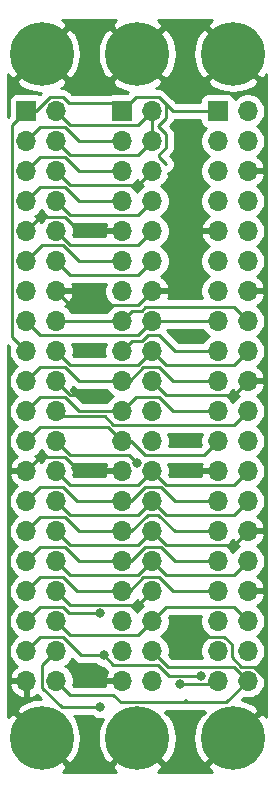
<source format=gbr>
%TF.GenerationSoftware,KiCad,Pcbnew,(5.1.6)-1*%
%TF.CreationDate,2020-06-28T00:18:02-05:00*%
%TF.ProjectId,rpi_adapter,7270695f-6164-4617-9074-65722e6b6963,rev?*%
%TF.SameCoordinates,Original*%
%TF.FileFunction,Copper,L1,Top*%
%TF.FilePolarity,Positive*%
%FSLAX46Y46*%
G04 Gerber Fmt 4.6, Leading zero omitted, Abs format (unit mm)*
G04 Created by KiCad (PCBNEW (5.1.6)-1) date 2020-06-28 00:18:02*
%MOMM*%
%LPD*%
G01*
G04 APERTURE LIST*
%TA.AperFunction,ComponentPad*%
%ADD10C,0.800000*%
%TD*%
%TA.AperFunction,ComponentPad*%
%ADD11C,5.400000*%
%TD*%
%TA.AperFunction,ComponentPad*%
%ADD12O,1.700000X1.700000*%
%TD*%
%TA.AperFunction,ComponentPad*%
%ADD13R,1.700000X1.700000*%
%TD*%
%TA.AperFunction,ViaPad*%
%ADD14C,0.800000*%
%TD*%
%TA.AperFunction,Conductor*%
%ADD15C,0.250000*%
%TD*%
%TA.AperFunction,Conductor*%
%ADD16C,0.254000*%
%TD*%
G04 APERTURE END LIST*
D10*
%TO.P,H6,1*%
%TO.N,GND*%
X114481891Y-122978109D03*
X113050000Y-122385000D03*
X111618109Y-122978109D03*
X111025000Y-124410000D03*
X111618109Y-125841891D03*
X113050000Y-126435000D03*
X114481891Y-125841891D03*
X115075000Y-124410000D03*
D11*
X113050000Y-124410000D03*
%TD*%
D10*
%TO.P,H5,1*%
%TO.N,GND*%
X114481891Y-65018109D03*
X113050000Y-64425000D03*
X111618109Y-65018109D03*
X111025000Y-66450000D03*
X111618109Y-67881891D03*
X113050000Y-68475000D03*
X114481891Y-67881891D03*
X115075000Y-66450000D03*
D11*
X113050000Y-66450000D03*
%TD*%
D12*
%TO.P,J3,40*%
%TO.N,PI-ACK*%
X114300000Y-119560000D03*
%TO.P,J3,39*%
%TO.N,GND*%
X111760000Y-119560000D03*
%TO.P,J3,38*%
%TO.N,PI-RST*%
X114300000Y-117020000D03*
%TO.P,J3,37*%
%TO.N,PI-BSY*%
X111760000Y-117020000D03*
%TO.P,J3,36*%
%TO.N,PI-D6*%
X114300000Y-114480000D03*
%TO.P,J3,35*%
%TO.N,PI-ATN*%
X111760000Y-114480000D03*
%TO.P,J3,34*%
%TO.N,GND*%
X114300000Y-111940000D03*
%TO.P,J3,33*%
%TO.N,PI-D3*%
X111760000Y-111940000D03*
%TO.P,J3,32*%
%TO.N,PI-D2*%
X114300000Y-109400000D03*
%TO.P,J3,31*%
%TO.N,GPIO6*%
X111760000Y-109400000D03*
%TO.P,J3,30*%
%TO.N,GND*%
X114300000Y-106860000D03*
%TO.P,J3,29*%
%TO.N,DBG_LED*%
X111760000Y-106860000D03*
%TO.P,J3,28*%
%TO.N,GPIO1*%
X114300000Y-104320000D03*
%TO.P,J3,27*%
%TO.N,GPIO0*%
X111760000Y-104320000D03*
%TO.P,J3,26*%
%TO.N,GPIO7*%
X114300000Y-101780000D03*
%TO.P,J3,25*%
%TO.N,GND*%
X111760000Y-101780000D03*
%TO.P,J3,24*%
%TO.N,GPIO8*%
X114300000Y-99240000D03*
%TO.P,J3,23*%
%TO.N,PI-D1*%
X111760000Y-99240000D03*
%TO.P,J3,22*%
%TO.N,PI-I_O*%
X114300000Y-96700000D03*
%TO.P,J3,21*%
%TO.N,GPIO9*%
X111760000Y-96700000D03*
%TO.P,J3,20*%
%TO.N,GND*%
X114300000Y-94160000D03*
%TO.P,J3,19*%
%TO.N,PI-D0*%
X111760000Y-94160000D03*
%TO.P,J3,18*%
%TO.N,PI-C_D*%
X114300000Y-91620000D03*
%TO.P,J3,17*%
%TO.N,+3V3*%
X111760000Y-91620000D03*
%TO.P,J3,16*%
%TO.N,PI-MSG*%
X114300000Y-89080000D03*
%TO.P,J3,15*%
%TO.N,PI-REQ*%
X111760000Y-89080000D03*
%TO.P,J3,14*%
%TO.N,GND*%
X114300000Y-86540000D03*
%TO.P,J3,13*%
%TO.N,PI-SEL*%
X111760000Y-86540000D03*
%TO.P,J3,12*%
%TO.N,PI-DP*%
X114300000Y-84000000D03*
%TO.P,J3,11*%
%TO.N,PI-D7*%
X111760000Y-84000000D03*
%TO.P,J3,10*%
%TO.N,PI-D5*%
X114300000Y-81460000D03*
%TO.P,J3,9*%
%TO.N,GND*%
X111760000Y-81460000D03*
%TO.P,J3,8*%
%TO.N,PI-D4*%
X114300000Y-78920000D03*
%TO.P,J3,7*%
%TO.N,ACT*%
X111760000Y-78920000D03*
%TO.P,J3,6*%
%TO.N,GND*%
X114300000Y-76380000D03*
%TO.P,J3,5*%
%TO.N,PI-SCL*%
X111760000Y-76380000D03*
%TO.P,J3,4*%
%TO.N,+5V*%
X114300000Y-73840000D03*
%TO.P,J3,3*%
%TO.N,PI-SDA*%
X111760000Y-73840000D03*
%TO.P,J3,2*%
%TO.N,+5V*%
X114300000Y-71300000D03*
D13*
%TO.P,J3,1*%
%TO.N,+3V3*%
X111760000Y-71300000D03*
%TD*%
D10*
%TO.P,H4,1*%
%TO.N,GND*%
X106381891Y-122978109D03*
X104950000Y-122385000D03*
X103518109Y-122978109D03*
X102925000Y-124410000D03*
X103518109Y-125841891D03*
X104950000Y-126435000D03*
X106381891Y-125841891D03*
X106975000Y-124410000D03*
D11*
X104950000Y-124410000D03*
%TD*%
D10*
%TO.P,H3,1*%
%TO.N,GND*%
X106381891Y-65018109D03*
X104950000Y-64425000D03*
X103518109Y-65018109D03*
X102925000Y-66450000D03*
X103518109Y-67881891D03*
X104950000Y-68475000D03*
X106381891Y-67881891D03*
X106975000Y-66450000D03*
D11*
X104950000Y-66450000D03*
%TD*%
D10*
%TO.P,H2,1*%
%TO.N,GND*%
X98281891Y-122978109D03*
X96850000Y-122385000D03*
X95418109Y-122978109D03*
X94825000Y-124410000D03*
X95418109Y-125841891D03*
X96850000Y-126435000D03*
X98281891Y-125841891D03*
X98875000Y-124410000D03*
D11*
X96850000Y-124410000D03*
%TD*%
D10*
%TO.P,H1,1*%
%TO.N,GND*%
X98281891Y-65018109D03*
X96850000Y-64425000D03*
X95418109Y-65018109D03*
X94825000Y-66450000D03*
X95418109Y-67881891D03*
X96850000Y-68475000D03*
X98281891Y-67881891D03*
X98875000Y-66450000D03*
D11*
X96850000Y-66450000D03*
%TD*%
D13*
%TO.P,J2,1*%
%TO.N,+3V3*%
X103660000Y-71300000D03*
D12*
%TO.P,J2,2*%
%TO.N,+5V*%
X106200000Y-71300000D03*
%TO.P,J2,3*%
%TO.N,PI-SDA*%
X103660000Y-73840000D03*
%TO.P,J2,4*%
%TO.N,+5V*%
X106200000Y-73840000D03*
%TO.P,J2,5*%
%TO.N,PI-SCL*%
X103660000Y-76380000D03*
%TO.P,J2,6*%
%TO.N,GND*%
X106200000Y-76380000D03*
%TO.P,J2,7*%
%TO.N,ACT*%
X103660000Y-78920000D03*
%TO.P,J2,8*%
%TO.N,PI-D4*%
X106200000Y-78920000D03*
%TO.P,J2,9*%
%TO.N,GND*%
X103660000Y-81460000D03*
%TO.P,J2,10*%
%TO.N,PI-D5*%
X106200000Y-81460000D03*
%TO.P,J2,11*%
%TO.N,PI-D7*%
X103660000Y-84000000D03*
%TO.P,J2,12*%
%TO.N,PI-DP*%
X106200000Y-84000000D03*
%TO.P,J2,13*%
%TO.N,PI-ATN*%
X103660000Y-86540000D03*
%TO.P,J2,14*%
%TO.N,GND*%
X106200000Y-86540000D03*
%TO.P,J2,15*%
%TO.N,PI-MSG*%
X103660000Y-89080000D03*
%TO.P,J2,16*%
%TO.N,PI-REQ*%
X106200000Y-89080000D03*
%TO.P,J2,17*%
%TO.N,+3V3*%
X103660000Y-91620000D03*
%TO.P,J2,18*%
%TO.N,PI-C_D*%
X106200000Y-91620000D03*
%TO.P,J2,19*%
%TO.N,PI-D0*%
X103660000Y-94160000D03*
%TO.P,J2,20*%
%TO.N,GND*%
X106200000Y-94160000D03*
%TO.P,J2,21*%
%TO.N,GPIO9*%
X103660000Y-96700000D03*
%TO.P,J2,22*%
%TO.N,PI-BSY*%
X106200000Y-96700000D03*
%TO.P,J2,23*%
%TO.N,PI-D1*%
X103660000Y-99240000D03*
%TO.P,J2,24*%
%TO.N,GPIO8*%
X106200000Y-99240000D03*
%TO.P,J2,25*%
%TO.N,GND*%
X103660000Y-101780000D03*
%TO.P,J2,26*%
%TO.N,GPIO7*%
X106200000Y-101780000D03*
%TO.P,J2,27*%
%TO.N,GPIO0*%
X103660000Y-104320000D03*
%TO.P,J2,28*%
%TO.N,GPIO1*%
X106200000Y-104320000D03*
%TO.P,J2,29*%
%TO.N,DBG_LED*%
X103660000Y-106860000D03*
%TO.P,J2,30*%
%TO.N,GND*%
X106200000Y-106860000D03*
%TO.P,J2,31*%
%TO.N,GPIO6*%
X103660000Y-109400000D03*
%TO.P,J2,32*%
%TO.N,PI-D2*%
X106200000Y-109400000D03*
%TO.P,J2,33*%
%TO.N,PI-D3*%
X103660000Y-111940000D03*
%TO.P,J2,34*%
%TO.N,GND*%
X106200000Y-111940000D03*
%TO.P,J2,35*%
%TO.N,PI-SEL*%
X103660000Y-114480000D03*
%TO.P,J2,36*%
%TO.N,PI-D6*%
X106200000Y-114480000D03*
%TO.P,J2,37*%
%TO.N,PI-I_O*%
X103660000Y-117020000D03*
%TO.P,J2,38*%
%TO.N,PI-ACK*%
X106200000Y-117020000D03*
%TO.P,J2,39*%
%TO.N,GND*%
X103660000Y-119560000D03*
%TO.P,J2,40*%
%TO.N,PI-RST*%
X106200000Y-119560000D03*
%TD*%
%TO.P,J1,40*%
%TO.N,PI-ACK*%
X98100000Y-119560000D03*
%TO.P,J1,39*%
%TO.N,GND*%
X95560000Y-119560000D03*
%TO.P,J1,38*%
%TO.N,PI-RST*%
X98100000Y-117020000D03*
%TO.P,J1,37*%
%TO.N,PI-BSY*%
X95560000Y-117020000D03*
%TO.P,J1,36*%
%TO.N,PI-D6*%
X98100000Y-114480000D03*
%TO.P,J1,35*%
%TO.N,PI-ATN*%
X95560000Y-114480000D03*
%TO.P,J1,34*%
%TO.N,GND*%
X98100000Y-111940000D03*
%TO.P,J1,33*%
%TO.N,PI-D3*%
X95560000Y-111940000D03*
%TO.P,J1,32*%
%TO.N,PI-D2*%
X98100000Y-109400000D03*
%TO.P,J1,31*%
%TO.N,GPIO6*%
X95560000Y-109400000D03*
%TO.P,J1,30*%
%TO.N,GND*%
X98100000Y-106860000D03*
%TO.P,J1,29*%
%TO.N,DBG_LED*%
X95560000Y-106860000D03*
%TO.P,J1,28*%
%TO.N,GPIO1*%
X98100000Y-104320000D03*
%TO.P,J1,27*%
%TO.N,GPIO0*%
X95560000Y-104320000D03*
%TO.P,J1,26*%
%TO.N,GPIO7*%
X98100000Y-101780000D03*
%TO.P,J1,25*%
%TO.N,GND*%
X95560000Y-101780000D03*
%TO.P,J1,24*%
%TO.N,GPIO8*%
X98100000Y-99240000D03*
%TO.P,J1,23*%
%TO.N,PI-D1*%
X95560000Y-99240000D03*
%TO.P,J1,22*%
%TO.N,PI-I_O*%
X98100000Y-96700000D03*
%TO.P,J1,21*%
%TO.N,GPIO9*%
X95560000Y-96700000D03*
%TO.P,J1,20*%
%TO.N,GND*%
X98100000Y-94160000D03*
%TO.P,J1,19*%
%TO.N,PI-D0*%
X95560000Y-94160000D03*
%TO.P,J1,18*%
%TO.N,PI-C_D*%
X98100000Y-91620000D03*
%TO.P,J1,17*%
%TO.N,+3V3*%
X95560000Y-91620000D03*
%TO.P,J1,16*%
%TO.N,PI-MSG*%
X98100000Y-89080000D03*
%TO.P,J1,15*%
%TO.N,PI-REQ*%
X95560000Y-89080000D03*
%TO.P,J1,14*%
%TO.N,GND*%
X98100000Y-86540000D03*
%TO.P,J1,13*%
%TO.N,PI-SEL*%
X95560000Y-86540000D03*
%TO.P,J1,12*%
%TO.N,PI-DP*%
X98100000Y-84000000D03*
%TO.P,J1,11*%
%TO.N,PI-D7*%
X95560000Y-84000000D03*
%TO.P,J1,10*%
%TO.N,PI-D5*%
X98100000Y-81460000D03*
%TO.P,J1,9*%
%TO.N,GND*%
X95560000Y-81460000D03*
%TO.P,J1,8*%
%TO.N,PI-D4*%
X98100000Y-78920000D03*
%TO.P,J1,7*%
%TO.N,ACT*%
X95560000Y-78920000D03*
%TO.P,J1,6*%
%TO.N,GND*%
X98100000Y-76380000D03*
%TO.P,J1,5*%
%TO.N,PI-SCL*%
X95560000Y-76380000D03*
%TO.P,J1,4*%
%TO.N,+5V*%
X98100000Y-73840000D03*
%TO.P,J1,3*%
%TO.N,PI-SDA*%
X95560000Y-73840000D03*
%TO.P,J1,2*%
%TO.N,+5V*%
X98100000Y-71300000D03*
D13*
%TO.P,J1,1*%
%TO.N,+3V3*%
X95560000Y-71300000D03*
%TD*%
D14*
%TO.N,GND*%
X100900000Y-91350000D03*
X99786795Y-101563205D03*
X100750000Y-119300000D03*
X100864999Y-95335001D03*
X109050000Y-115500000D03*
X108550000Y-119834999D03*
X109150000Y-90300000D03*
X109150000Y-99050000D03*
%TO.N,PI-RST*%
X101800000Y-121750000D03*
%TO.N,PI-BSY*%
X102100000Y-117400000D03*
X110381595Y-119109999D03*
%TO.N,PI-ATN*%
X101825000Y-113840001D03*
%TO.N,GPIO8*%
X104929999Y-101080283D03*
%TD*%
D15*
%TO.N,GND*%
X105024999Y-77555001D02*
X106200000Y-76380000D01*
X98100000Y-76380000D02*
X99275001Y-77555001D01*
X99275001Y-77555001D02*
X105024999Y-77555001D01*
X100003590Y-81460000D02*
X103660000Y-81460000D01*
X98828589Y-80284999D02*
X100003590Y-81460000D01*
X96735001Y-80284999D02*
X98828589Y-80284999D01*
X95560000Y-81460000D02*
X96735001Y-80284999D01*
X105024999Y-87715001D02*
X106200000Y-86540000D01*
X99275001Y-87715001D02*
X105024999Y-87715001D01*
X98100000Y-86540000D02*
X99275001Y-87715001D01*
X99275001Y-95335001D02*
X100864999Y-95335001D01*
X98100000Y-94160000D02*
X99275001Y-95335001D01*
X100003590Y-101780000D02*
X103660000Y-101780000D01*
X98828589Y-100604999D02*
X99786795Y-101563205D01*
X96735001Y-100604999D02*
X98828589Y-100604999D01*
X95560000Y-101780000D02*
X96735001Y-100604999D01*
X105024999Y-108035001D02*
X106200000Y-106860000D01*
X99275001Y-108035001D02*
X105024999Y-108035001D01*
X98100000Y-106860000D02*
X99275001Y-108035001D01*
X105024999Y-113115001D02*
X106200000Y-111940000D01*
X99275001Y-113115001D02*
X105024999Y-113115001D01*
X98100000Y-111940000D02*
X99275001Y-113115001D01*
X99786795Y-101563205D02*
X100003590Y-101780000D01*
X113124999Y-95335001D02*
X114300000Y-94160000D01*
X107375001Y-95335001D02*
X113124999Y-95335001D01*
X106200000Y-94160000D02*
X107375001Y-95335001D01*
X113124999Y-108035001D02*
X114300000Y-106860000D01*
X107375001Y-108035001D02*
X113124999Y-108035001D01*
X106200000Y-106860000D02*
X107375001Y-108035001D01*
X112935001Y-116455999D02*
X112324001Y-115844999D01*
X115749999Y-121710001D02*
X115749999Y-119270997D01*
X109394999Y-115844999D02*
X109050000Y-115500000D01*
X112935001Y-117558591D02*
X112935001Y-116455999D01*
X113050000Y-124410000D02*
X115749999Y-121710001D01*
X112324001Y-115844999D02*
X109394999Y-115844999D01*
X115749999Y-119270997D02*
X114864001Y-118384999D01*
X114864001Y-118384999D02*
X113761409Y-118384999D01*
X113761409Y-118384999D02*
X112935001Y-117558591D01*
X111760000Y-119560000D02*
X111485001Y-119834999D01*
X111485001Y-119834999D02*
X108550000Y-119834999D01*
%TO.N,+3V3*%
X102960000Y-70600000D02*
X103660000Y-71300000D01*
X96360998Y-71300000D02*
X97535999Y-70124999D01*
X95560000Y-71300000D02*
X96360998Y-71300000D01*
X99139002Y-70600000D02*
X102960000Y-70600000D01*
X97535999Y-70124999D02*
X98664001Y-70124999D01*
X98664001Y-70124999D02*
X99139002Y-70600000D01*
X94384999Y-90444999D02*
X95560000Y-91620000D01*
X94384999Y-72475001D02*
X94384999Y-90444999D01*
X95560000Y-71300000D02*
X94384999Y-72475001D01*
X107375001Y-70735999D02*
X106764001Y-70124999D01*
X107375001Y-71864001D02*
X107375001Y-70735999D01*
X106700000Y-72539002D02*
X107375001Y-71864001D01*
X106764001Y-70124999D02*
X104835001Y-70124999D01*
X106700000Y-72600998D02*
X106700000Y-72539002D01*
X107375001Y-73275999D02*
X106700000Y-72600998D01*
X107375001Y-74404001D02*
X107375001Y-73275999D01*
X106800000Y-74979002D02*
X107375001Y-74404001D01*
X106800000Y-75240998D02*
X106800000Y-74979002D01*
X107375001Y-75815999D02*
X106800000Y-75240998D01*
X104835001Y-70124999D02*
X103660000Y-71300000D01*
X105825997Y-90255001D02*
X106764001Y-90255001D01*
X105310997Y-90770001D02*
X105825997Y-90255001D01*
X104509999Y-90770001D02*
X105310997Y-90770001D01*
X103660000Y-91620000D02*
X104509999Y-90770001D01*
X107939002Y-71300000D02*
X107375001Y-70735999D01*
X111760000Y-71300000D02*
X107939002Y-71300000D01*
X108129000Y-91620000D02*
X106764001Y-90255001D01*
X111760000Y-91620000D02*
X108129000Y-91620000D01*
%TO.N,+5V*%
X105024999Y-72475001D02*
X106200000Y-71300000D01*
X99275001Y-72475001D02*
X105024999Y-72475001D01*
X98100000Y-71300000D02*
X99275001Y-72475001D01*
X105024999Y-75015001D02*
X106200000Y-73840000D01*
X99275001Y-75015001D02*
X105024999Y-75015001D01*
X98100000Y-73840000D02*
X99275001Y-75015001D01*
X106200000Y-73840000D02*
X106200000Y-71300000D01*
%TO.N,PI-ACK*%
X107375001Y-118195001D02*
X106200000Y-117020000D01*
X107564999Y-118384999D02*
X106200000Y-117020000D01*
X114300000Y-119560000D02*
X113124999Y-118384999D01*
X112475001Y-121384999D02*
X114300000Y-119560000D01*
X102885001Y-120735001D02*
X103534999Y-121384999D01*
X98100000Y-119560000D02*
X99275001Y-120735001D01*
X99275001Y-120735001D02*
X102885001Y-120735001D01*
X109065001Y-121184999D02*
X108865001Y-121384999D01*
X103534999Y-121384999D02*
X108865001Y-121384999D01*
X109065001Y-118384999D02*
X107564999Y-118384999D01*
X113124999Y-118384999D02*
X109065001Y-118384999D01*
X108865001Y-121384999D02*
X112475001Y-121384999D01*
%TO.N,PI-RST*%
X98550998Y-121750000D02*
X101800000Y-121750000D01*
X96924999Y-120124001D02*
X98550998Y-121750000D01*
X98100000Y-117020000D02*
X96924999Y-118195001D01*
X96924999Y-118195001D02*
X96924999Y-120124001D01*
%TO.N,PI-BSY*%
X100219002Y-117400000D02*
X102100000Y-117400000D01*
X98664001Y-115844999D02*
X100219002Y-117400000D01*
X95560000Y-117020000D02*
X96735001Y-115844999D01*
X96735001Y-115844999D02*
X98664001Y-115844999D01*
X107653589Y-119109999D02*
X108300000Y-119109999D01*
X106738591Y-118195001D02*
X107653589Y-119109999D01*
X102100000Y-117400000D02*
X102895001Y-118195001D01*
X102895001Y-118195001D02*
X106738591Y-118195001D01*
X108300000Y-119109999D02*
X110100000Y-119109999D01*
X110100000Y-119109999D02*
X110381595Y-119109999D01*
%TO.N,PI-D6*%
X105024999Y-115655001D02*
X106200000Y-114480000D01*
X99275001Y-115655001D02*
X105024999Y-115655001D01*
X98100000Y-114480000D02*
X99275001Y-115655001D01*
X113124999Y-113304999D02*
X114300000Y-114480000D01*
X107375001Y-113304999D02*
X113124999Y-113304999D01*
X106200000Y-114480000D02*
X107375001Y-113304999D01*
%TO.N,PI-ATN*%
X95560000Y-114480000D02*
X95780000Y-114480000D01*
X99199003Y-113840001D02*
X101825000Y-113840001D01*
X98664001Y-113304999D02*
X99199003Y-113840001D01*
X95560000Y-114480000D02*
X96735001Y-113304999D01*
X96735001Y-113304999D02*
X98664001Y-113304999D01*
%TO.N,PI-D3*%
X98664001Y-110764999D02*
X99839002Y-111940000D01*
X99839002Y-111940000D02*
X103660000Y-111940000D01*
X96735001Y-110764999D02*
X98664001Y-110764999D01*
X95560000Y-111940000D02*
X96735001Y-110764999D01*
X104296410Y-111940000D02*
X103660000Y-111940000D01*
X105471411Y-110764999D02*
X104296410Y-111940000D01*
X106764001Y-110764999D02*
X105471411Y-110764999D01*
X107939002Y-111940000D02*
X106764001Y-110764999D01*
X111760000Y-111940000D02*
X107939002Y-111940000D01*
%TO.N,PI-D2*%
X99275001Y-110575001D02*
X105024999Y-110575001D01*
X105024999Y-110575001D02*
X106200000Y-109400000D01*
X98100000Y-109400000D02*
X99275001Y-110575001D01*
X113124999Y-110575001D02*
X114300000Y-109400000D01*
X107375001Y-110575001D02*
X113124999Y-110575001D01*
X106200000Y-109400000D02*
X107375001Y-110575001D01*
%TO.N,GPIO6*%
X100003590Y-109400000D02*
X103660000Y-109400000D01*
X98828589Y-108224999D02*
X100003590Y-109400000D01*
X96735001Y-108224999D02*
X98828589Y-108224999D01*
X95560000Y-109400000D02*
X96735001Y-108224999D01*
X106928589Y-108224999D02*
X108103590Y-109400000D01*
X105635999Y-108224999D02*
X106928589Y-108224999D01*
X108103590Y-109400000D02*
X111760000Y-109400000D01*
X104460998Y-109400000D02*
X105635999Y-108224999D01*
X103660000Y-109400000D02*
X104460998Y-109400000D01*
%TO.N,DBG_LED*%
X100003590Y-106860000D02*
X103660000Y-106860000D01*
X98828589Y-105684999D02*
X100003590Y-106860000D01*
X96735001Y-105684999D02*
X98828589Y-105684999D01*
X95560000Y-106860000D02*
X96735001Y-105684999D01*
X108103590Y-106860000D02*
X111760000Y-106860000D01*
X106738591Y-105495001D02*
X108103590Y-106860000D01*
X105825997Y-105495001D02*
X106738591Y-105495001D01*
X104460998Y-106860000D02*
X105825997Y-105495001D01*
X103660000Y-106860000D02*
X104460998Y-106860000D01*
%TO.N,GPIO1*%
X105024999Y-105495001D02*
X106200000Y-104320000D01*
X99275001Y-105495001D02*
X105024999Y-105495001D01*
X98100000Y-104320000D02*
X99275001Y-105495001D01*
X113124999Y-105495001D02*
X114300000Y-104320000D01*
X107375001Y-105495001D02*
X113124999Y-105495001D01*
X106200000Y-104320000D02*
X107375001Y-105495001D01*
%TO.N,GPIO0*%
X99839002Y-104320000D02*
X103660000Y-104320000D01*
X98664001Y-103144999D02*
X99839002Y-104320000D01*
X96735001Y-103144999D02*
X98664001Y-103144999D01*
X95560000Y-104320000D02*
X96735001Y-103144999D01*
X106928589Y-103144999D02*
X108103590Y-104320000D01*
X104460998Y-104320000D02*
X105635999Y-103144999D01*
X108103590Y-104320000D02*
X111760000Y-104320000D01*
X105635999Y-103144999D02*
X106928589Y-103144999D01*
X103660000Y-104320000D02*
X104460998Y-104320000D01*
%TO.N,GPIO7*%
X105024999Y-102955001D02*
X106200000Y-101780000D01*
X98100000Y-101780000D02*
X99275001Y-102955001D01*
X99275001Y-102955001D02*
X105024999Y-102955001D01*
X113124999Y-102955001D02*
X114300000Y-101780000D01*
X107375001Y-102955001D02*
X113124999Y-102955001D01*
X106200000Y-101780000D02*
X107375001Y-102955001D01*
%TO.N,GPIO8*%
X98100000Y-99240000D02*
X99275001Y-100415001D01*
X99275001Y-100415001D02*
X104264717Y-100415001D01*
X104264717Y-100415001D02*
X104929999Y-101080283D01*
%TO.N,PI-D1*%
X96735001Y-98064999D02*
X102484999Y-98064999D01*
X102484999Y-98064999D02*
X103660000Y-99240000D01*
X95560000Y-99240000D02*
X96735001Y-98064999D01*
X110584999Y-100415001D02*
X111760000Y-99240000D01*
X105635999Y-100415001D02*
X110584999Y-100415001D01*
X104460998Y-99240000D02*
X105635999Y-100415001D01*
X103660000Y-99240000D02*
X104460998Y-99240000D01*
%TO.N,PI-I_O*%
X98550010Y-97150010D02*
X98100000Y-96700000D01*
X102206420Y-97150010D02*
X98550010Y-97150010D01*
X102931411Y-97875001D02*
X102206420Y-97150010D01*
X113124999Y-97875001D02*
X102931411Y-97875001D01*
X114300000Y-96700000D02*
X113124999Y-97875001D01*
%TO.N,GPIO9*%
X100003590Y-96700000D02*
X103660000Y-96700000D01*
X96735001Y-95524999D02*
X98828589Y-95524999D01*
X98828589Y-95524999D02*
X100003590Y-96700000D01*
X95560000Y-96700000D02*
X96735001Y-95524999D01*
X107939002Y-96700000D02*
X111760000Y-96700000D01*
X106764001Y-95524999D02*
X107939002Y-96700000D01*
X104835001Y-95524999D02*
X106764001Y-95524999D01*
X103660000Y-96700000D02*
X104835001Y-95524999D01*
%TO.N,PI-D0*%
X100003590Y-94160000D02*
X103660000Y-94160000D01*
X98828589Y-92984999D02*
X100003590Y-94160000D01*
X96735001Y-92984999D02*
X98828589Y-92984999D01*
X95560000Y-94160000D02*
X96735001Y-92984999D01*
X105471411Y-92984999D02*
X104296410Y-94160000D01*
X107939002Y-94160000D02*
X106764001Y-92984999D01*
X104296410Y-94160000D02*
X103660000Y-94160000D01*
X106764001Y-92984999D02*
X105471411Y-92984999D01*
X111760000Y-94160000D02*
X107939002Y-94160000D01*
%TO.N,PI-C_D*%
X105024999Y-92795001D02*
X106200000Y-91620000D01*
X99275001Y-92795001D02*
X105024999Y-92795001D01*
X98100000Y-91620000D02*
X99275001Y-92795001D01*
X107375001Y-92795001D02*
X106200000Y-91620000D01*
X113124999Y-92795001D02*
X107375001Y-92795001D01*
X114300000Y-91620000D02*
X113124999Y-92795001D01*
%TO.N,PI-MSG*%
X98100000Y-89080000D02*
X103660000Y-89080000D01*
X105635999Y-87904999D02*
X113124999Y-87904999D01*
X113124999Y-87904999D02*
X114300000Y-89080000D01*
X105310997Y-88230001D02*
X105635999Y-87904999D01*
X104509999Y-88230001D02*
X105310997Y-88230001D01*
X103660000Y-89080000D02*
X104509999Y-88230001D01*
%TO.N,PI-REQ*%
X105024999Y-90255001D02*
X106200000Y-89080000D01*
X96735001Y-90255001D02*
X105024999Y-90255001D01*
X95560000Y-89080000D02*
X96735001Y-90255001D01*
X106200000Y-89080000D02*
X111760000Y-89080000D01*
%TO.N,PI-DP*%
X99275001Y-85175001D02*
X105024999Y-85175001D01*
X105024999Y-85175001D02*
X106200000Y-84000000D01*
X98100000Y-84000000D02*
X99275001Y-85175001D01*
%TO.N,PI-D7*%
X100003590Y-84000000D02*
X103660000Y-84000000D01*
X96924999Y-82635001D02*
X98638591Y-82635001D01*
X98638591Y-82635001D02*
X100003590Y-84000000D01*
X95560000Y-84000000D02*
X96924999Y-82635001D01*
%TO.N,PI-D5*%
X99275001Y-82635001D02*
X105024999Y-82635001D01*
X105024999Y-82635001D02*
X106200000Y-81460000D01*
X98100000Y-81460000D02*
X99275001Y-82635001D01*
%TO.N,PI-D4*%
X105024999Y-80095001D02*
X106200000Y-78920000D01*
X99275001Y-80095001D02*
X105024999Y-80095001D01*
X98100000Y-78920000D02*
X99275001Y-80095001D01*
%TO.N,ACT*%
X100003590Y-78920000D02*
X103660000Y-78920000D01*
X98828589Y-77744999D02*
X100003590Y-78920000D01*
X96735001Y-77744999D02*
X98828589Y-77744999D01*
X95560000Y-78920000D02*
X96735001Y-77744999D01*
%TO.N,PI-SCL*%
X100003590Y-76380000D02*
X103660000Y-76380000D01*
X98828589Y-75204999D02*
X100003590Y-76380000D01*
X96735001Y-75204999D02*
X98828589Y-75204999D01*
X95560000Y-76380000D02*
X96735001Y-75204999D01*
%TO.N,PI-SDA*%
X100003590Y-73840000D02*
X103660000Y-73840000D01*
X96735001Y-72664999D02*
X98828589Y-72664999D01*
X98828589Y-72664999D02*
X100003590Y-73840000D01*
X95560000Y-73840000D02*
X96735001Y-72664999D01*
%TD*%
D16*
%TO.N,GND*%
G36*
X103092008Y-63661096D02*
G01*
X103084411Y-63666172D01*
X102784231Y-64104626D01*
X104950000Y-66270395D01*
X107115769Y-64104626D01*
X106815589Y-63666172D01*
X106710842Y-63610000D01*
X111287916Y-63610000D01*
X111192008Y-63661096D01*
X111184411Y-63666172D01*
X110884231Y-64104626D01*
X113050000Y-66270395D01*
X113064143Y-66256253D01*
X113243748Y-66435858D01*
X113229605Y-66450000D01*
X115395374Y-68615769D01*
X115833828Y-68315589D01*
X115890001Y-68210840D01*
X115890000Y-122647916D01*
X115838904Y-122552008D01*
X115833828Y-122544411D01*
X115395374Y-122244231D01*
X113229605Y-124410000D01*
X113243748Y-124424143D01*
X113064143Y-124603748D01*
X113050000Y-124589605D01*
X110884231Y-126755374D01*
X111184411Y-127193828D01*
X111270510Y-127240000D01*
X106730854Y-127240000D01*
X106807992Y-127198904D01*
X106815589Y-127193828D01*
X107115769Y-126755374D01*
X104950000Y-124589605D01*
X102784231Y-126755374D01*
X103084411Y-127193828D01*
X103170510Y-127240000D01*
X98630854Y-127240000D01*
X98707992Y-127198904D01*
X98715589Y-127193828D01*
X99015769Y-126755374D01*
X96850000Y-124589605D01*
X96835858Y-124603748D01*
X96656253Y-124424143D01*
X96670395Y-124410000D01*
X94504626Y-122244231D01*
X94066172Y-122544411D01*
X94010000Y-122649158D01*
X94010000Y-119916890D01*
X94118524Y-119916890D01*
X94163175Y-120064099D01*
X94288359Y-120326920D01*
X94462412Y-120560269D01*
X94678645Y-120755178D01*
X94928748Y-120904157D01*
X95203109Y-121001481D01*
X95433000Y-120880814D01*
X95433000Y-119687000D01*
X94239845Y-119687000D01*
X94118524Y-119916890D01*
X94010000Y-119916890D01*
X94010000Y-91144801D01*
X94118791Y-91253592D01*
X94075000Y-91473740D01*
X94075000Y-91766260D01*
X94132068Y-92053158D01*
X94244010Y-92323411D01*
X94406525Y-92566632D01*
X94613368Y-92773475D01*
X94787760Y-92890000D01*
X94613368Y-93006525D01*
X94406525Y-93213368D01*
X94244010Y-93456589D01*
X94132068Y-93726842D01*
X94075000Y-94013740D01*
X94075000Y-94306260D01*
X94132068Y-94593158D01*
X94244010Y-94863411D01*
X94406525Y-95106632D01*
X94613368Y-95313475D01*
X94787760Y-95430000D01*
X94613368Y-95546525D01*
X94406525Y-95753368D01*
X94244010Y-95996589D01*
X94132068Y-96266842D01*
X94075000Y-96553740D01*
X94075000Y-96846260D01*
X94132068Y-97133158D01*
X94244010Y-97403411D01*
X94406525Y-97646632D01*
X94613368Y-97853475D01*
X94787760Y-97970000D01*
X94613368Y-98086525D01*
X94406525Y-98293368D01*
X94244010Y-98536589D01*
X94132068Y-98806842D01*
X94075000Y-99093740D01*
X94075000Y-99386260D01*
X94132068Y-99673158D01*
X94244010Y-99943411D01*
X94406525Y-100186632D01*
X94613368Y-100393475D01*
X94795534Y-100515195D01*
X94678645Y-100584822D01*
X94462412Y-100779731D01*
X94288359Y-101013080D01*
X94163175Y-101275901D01*
X94118524Y-101423110D01*
X94239845Y-101653000D01*
X95433000Y-101653000D01*
X95433000Y-101633000D01*
X95687000Y-101633000D01*
X95687000Y-101653000D01*
X95707000Y-101653000D01*
X95707000Y-101907000D01*
X95687000Y-101907000D01*
X95687000Y-101927000D01*
X95433000Y-101927000D01*
X95433000Y-101907000D01*
X94239845Y-101907000D01*
X94118524Y-102136890D01*
X94163175Y-102284099D01*
X94288359Y-102546920D01*
X94462412Y-102780269D01*
X94678645Y-102975178D01*
X94795534Y-103044805D01*
X94613368Y-103166525D01*
X94406525Y-103373368D01*
X94244010Y-103616589D01*
X94132068Y-103886842D01*
X94075000Y-104173740D01*
X94075000Y-104466260D01*
X94132068Y-104753158D01*
X94244010Y-105023411D01*
X94406525Y-105266632D01*
X94613368Y-105473475D01*
X94787760Y-105590000D01*
X94613368Y-105706525D01*
X94406525Y-105913368D01*
X94244010Y-106156589D01*
X94132068Y-106426842D01*
X94075000Y-106713740D01*
X94075000Y-107006260D01*
X94132068Y-107293158D01*
X94244010Y-107563411D01*
X94406525Y-107806632D01*
X94613368Y-108013475D01*
X94787760Y-108130000D01*
X94613368Y-108246525D01*
X94406525Y-108453368D01*
X94244010Y-108696589D01*
X94132068Y-108966842D01*
X94075000Y-109253740D01*
X94075000Y-109546260D01*
X94132068Y-109833158D01*
X94244010Y-110103411D01*
X94406525Y-110346632D01*
X94613368Y-110553475D01*
X94787760Y-110670000D01*
X94613368Y-110786525D01*
X94406525Y-110993368D01*
X94244010Y-111236589D01*
X94132068Y-111506842D01*
X94075000Y-111793740D01*
X94075000Y-112086260D01*
X94132068Y-112373158D01*
X94244010Y-112643411D01*
X94406525Y-112886632D01*
X94613368Y-113093475D01*
X94787760Y-113210000D01*
X94613368Y-113326525D01*
X94406525Y-113533368D01*
X94244010Y-113776589D01*
X94132068Y-114046842D01*
X94075000Y-114333740D01*
X94075000Y-114626260D01*
X94132068Y-114913158D01*
X94244010Y-115183411D01*
X94406525Y-115426632D01*
X94613368Y-115633475D01*
X94787760Y-115750000D01*
X94613368Y-115866525D01*
X94406525Y-116073368D01*
X94244010Y-116316589D01*
X94132068Y-116586842D01*
X94075000Y-116873740D01*
X94075000Y-117166260D01*
X94132068Y-117453158D01*
X94244010Y-117723411D01*
X94406525Y-117966632D01*
X94613368Y-118173475D01*
X94795534Y-118295195D01*
X94678645Y-118364822D01*
X94462412Y-118559731D01*
X94288359Y-118793080D01*
X94163175Y-119055901D01*
X94118524Y-119203110D01*
X94239845Y-119433000D01*
X95433000Y-119433000D01*
X95433000Y-119413000D01*
X95687000Y-119413000D01*
X95687000Y-119433000D01*
X95707000Y-119433000D01*
X95707000Y-119687000D01*
X95687000Y-119687000D01*
X95687000Y-120880814D01*
X95916891Y-121001481D01*
X96191252Y-120904157D01*
X96441355Y-120755178D01*
X96462403Y-120736206D01*
X96791215Y-121065019D01*
X96200707Y-121122366D01*
X95571797Y-121312208D01*
X94992008Y-121621096D01*
X94984411Y-121626172D01*
X94684231Y-122064626D01*
X96850000Y-124230395D01*
X96864143Y-124216253D01*
X97043748Y-124395858D01*
X97029605Y-124410000D01*
X99195374Y-126575769D01*
X99633828Y-126275589D01*
X99944296Y-125696644D01*
X100135852Y-125068254D01*
X100201134Y-124414569D01*
X100137634Y-123760707D01*
X99947792Y-123131797D01*
X99638904Y-122552008D01*
X99633828Y-122544411D01*
X99583566Y-122510000D01*
X101096289Y-122510000D01*
X101140226Y-122553937D01*
X101309744Y-122667205D01*
X101498102Y-122745226D01*
X101698061Y-122785000D01*
X101901939Y-122785000D01*
X102053298Y-122754893D01*
X101855704Y-123123356D01*
X101664148Y-123751746D01*
X101598866Y-124405431D01*
X101662366Y-125059293D01*
X101852208Y-125688203D01*
X102161096Y-126267992D01*
X102166172Y-126275589D01*
X102604626Y-126575769D01*
X104770395Y-124410000D01*
X104756253Y-124395858D01*
X104935858Y-124216253D01*
X104950000Y-124230395D01*
X104964143Y-124216253D01*
X105143748Y-124395858D01*
X105129605Y-124410000D01*
X107295374Y-126575769D01*
X107733828Y-126275589D01*
X108044296Y-125696644D01*
X108235852Y-125068254D01*
X108301134Y-124414569D01*
X108237634Y-123760707D01*
X108047792Y-123131797D01*
X107738904Y-122552008D01*
X107733828Y-122544411D01*
X107295376Y-122244232D01*
X107394609Y-122144999D01*
X108827679Y-122144999D01*
X108865001Y-122148675D01*
X108902323Y-122144999D01*
X110605391Y-122144999D01*
X110704624Y-122244232D01*
X110266172Y-122544411D01*
X109955704Y-123123356D01*
X109764148Y-123751746D01*
X109698866Y-124405431D01*
X109762366Y-125059293D01*
X109952208Y-125688203D01*
X110261096Y-126267992D01*
X110266172Y-126275589D01*
X110704626Y-126575769D01*
X112870395Y-124410000D01*
X112856253Y-124395858D01*
X113035858Y-124216253D01*
X113050000Y-124230395D01*
X115215769Y-122064626D01*
X114915589Y-121626172D01*
X114336644Y-121315704D01*
X113786731Y-121148071D01*
X113933592Y-121001210D01*
X114153740Y-121045000D01*
X114446260Y-121045000D01*
X114733158Y-120987932D01*
X115003411Y-120875990D01*
X115246632Y-120713475D01*
X115453475Y-120506632D01*
X115615990Y-120263411D01*
X115727932Y-119993158D01*
X115785000Y-119706260D01*
X115785000Y-119413740D01*
X115727932Y-119126842D01*
X115615990Y-118856589D01*
X115453475Y-118613368D01*
X115246632Y-118406525D01*
X115072240Y-118290000D01*
X115246632Y-118173475D01*
X115453475Y-117966632D01*
X115615990Y-117723411D01*
X115727932Y-117453158D01*
X115785000Y-117166260D01*
X115785000Y-116873740D01*
X115727932Y-116586842D01*
X115615990Y-116316589D01*
X115453475Y-116073368D01*
X115246632Y-115866525D01*
X115072240Y-115750000D01*
X115246632Y-115633475D01*
X115453475Y-115426632D01*
X115615990Y-115183411D01*
X115727932Y-114913158D01*
X115785000Y-114626260D01*
X115785000Y-114333740D01*
X115727932Y-114046842D01*
X115615990Y-113776589D01*
X115453475Y-113533368D01*
X115246632Y-113326525D01*
X115064466Y-113204805D01*
X115181355Y-113135178D01*
X115397588Y-112940269D01*
X115571641Y-112706920D01*
X115696825Y-112444099D01*
X115741476Y-112296890D01*
X115620155Y-112067000D01*
X114427000Y-112067000D01*
X114427000Y-112087000D01*
X114173000Y-112087000D01*
X114173000Y-112067000D01*
X114153000Y-112067000D01*
X114153000Y-111813000D01*
X114173000Y-111813000D01*
X114173000Y-111793000D01*
X114427000Y-111793000D01*
X114427000Y-111813000D01*
X115620155Y-111813000D01*
X115741476Y-111583110D01*
X115696825Y-111435901D01*
X115571641Y-111173080D01*
X115397588Y-110939731D01*
X115181355Y-110744822D01*
X115064466Y-110675195D01*
X115246632Y-110553475D01*
X115453475Y-110346632D01*
X115615990Y-110103411D01*
X115727932Y-109833158D01*
X115785000Y-109546260D01*
X115785000Y-109253740D01*
X115727932Y-108966842D01*
X115615990Y-108696589D01*
X115453475Y-108453368D01*
X115246632Y-108246525D01*
X115064466Y-108124805D01*
X115181355Y-108055178D01*
X115397588Y-107860269D01*
X115571641Y-107626920D01*
X115696825Y-107364099D01*
X115741476Y-107216890D01*
X115620155Y-106987000D01*
X114427000Y-106987000D01*
X114427000Y-107007000D01*
X114173000Y-107007000D01*
X114173000Y-106987000D01*
X114153000Y-106987000D01*
X114153000Y-106733000D01*
X114173000Y-106733000D01*
X114173000Y-106713000D01*
X114427000Y-106713000D01*
X114427000Y-106733000D01*
X115620155Y-106733000D01*
X115741476Y-106503110D01*
X115696825Y-106355901D01*
X115571641Y-106093080D01*
X115397588Y-105859731D01*
X115181355Y-105664822D01*
X115064466Y-105595195D01*
X115246632Y-105473475D01*
X115453475Y-105266632D01*
X115615990Y-105023411D01*
X115727932Y-104753158D01*
X115785000Y-104466260D01*
X115785000Y-104173740D01*
X115727932Y-103886842D01*
X115615990Y-103616589D01*
X115453475Y-103373368D01*
X115246632Y-103166525D01*
X115072240Y-103050000D01*
X115246632Y-102933475D01*
X115453475Y-102726632D01*
X115615990Y-102483411D01*
X115727932Y-102213158D01*
X115785000Y-101926260D01*
X115785000Y-101633740D01*
X115727932Y-101346842D01*
X115615990Y-101076589D01*
X115453475Y-100833368D01*
X115246632Y-100626525D01*
X115072240Y-100510000D01*
X115246632Y-100393475D01*
X115453475Y-100186632D01*
X115615990Y-99943411D01*
X115727932Y-99673158D01*
X115785000Y-99386260D01*
X115785000Y-99093740D01*
X115727932Y-98806842D01*
X115615990Y-98536589D01*
X115453475Y-98293368D01*
X115246632Y-98086525D01*
X115072240Y-97970000D01*
X115246632Y-97853475D01*
X115453475Y-97646632D01*
X115615990Y-97403411D01*
X115727932Y-97133158D01*
X115785000Y-96846260D01*
X115785000Y-96553740D01*
X115727932Y-96266842D01*
X115615990Y-95996589D01*
X115453475Y-95753368D01*
X115246632Y-95546525D01*
X115064466Y-95424805D01*
X115181355Y-95355178D01*
X115397588Y-95160269D01*
X115571641Y-94926920D01*
X115696825Y-94664099D01*
X115741476Y-94516890D01*
X115620155Y-94287000D01*
X114427000Y-94287000D01*
X114427000Y-94307000D01*
X114173000Y-94307000D01*
X114173000Y-94287000D01*
X114153000Y-94287000D01*
X114153000Y-94033000D01*
X114173000Y-94033000D01*
X114173000Y-94013000D01*
X114427000Y-94013000D01*
X114427000Y-94033000D01*
X115620155Y-94033000D01*
X115741476Y-93803110D01*
X115696825Y-93655901D01*
X115571641Y-93393080D01*
X115397588Y-93159731D01*
X115181355Y-92964822D01*
X115064466Y-92895195D01*
X115246632Y-92773475D01*
X115453475Y-92566632D01*
X115615990Y-92323411D01*
X115727932Y-92053158D01*
X115785000Y-91766260D01*
X115785000Y-91473740D01*
X115727932Y-91186842D01*
X115615990Y-90916589D01*
X115453475Y-90673368D01*
X115246632Y-90466525D01*
X115072240Y-90350000D01*
X115246632Y-90233475D01*
X115453475Y-90026632D01*
X115615990Y-89783411D01*
X115727932Y-89513158D01*
X115785000Y-89226260D01*
X115785000Y-88933740D01*
X115727932Y-88646842D01*
X115615990Y-88376589D01*
X115453475Y-88133368D01*
X115246632Y-87926525D01*
X115064466Y-87804805D01*
X115181355Y-87735178D01*
X115397588Y-87540269D01*
X115571641Y-87306920D01*
X115696825Y-87044099D01*
X115741476Y-86896890D01*
X115620155Y-86667000D01*
X114427000Y-86667000D01*
X114427000Y-86687000D01*
X114173000Y-86687000D01*
X114173000Y-86667000D01*
X114153000Y-86667000D01*
X114153000Y-86413000D01*
X114173000Y-86413000D01*
X114173000Y-86393000D01*
X114427000Y-86393000D01*
X114427000Y-86413000D01*
X115620155Y-86413000D01*
X115741476Y-86183110D01*
X115696825Y-86035901D01*
X115571641Y-85773080D01*
X115397588Y-85539731D01*
X115181355Y-85344822D01*
X115064466Y-85275195D01*
X115246632Y-85153475D01*
X115453475Y-84946632D01*
X115615990Y-84703411D01*
X115727932Y-84433158D01*
X115785000Y-84146260D01*
X115785000Y-83853740D01*
X115727932Y-83566842D01*
X115615990Y-83296589D01*
X115453475Y-83053368D01*
X115246632Y-82846525D01*
X115072240Y-82730000D01*
X115246632Y-82613475D01*
X115453475Y-82406632D01*
X115615990Y-82163411D01*
X115727932Y-81893158D01*
X115785000Y-81606260D01*
X115785000Y-81313740D01*
X115727932Y-81026842D01*
X115615990Y-80756589D01*
X115453475Y-80513368D01*
X115246632Y-80306525D01*
X115072240Y-80190000D01*
X115246632Y-80073475D01*
X115453475Y-79866632D01*
X115615990Y-79623411D01*
X115727932Y-79353158D01*
X115785000Y-79066260D01*
X115785000Y-78773740D01*
X115727932Y-78486842D01*
X115615990Y-78216589D01*
X115453475Y-77973368D01*
X115246632Y-77766525D01*
X115064466Y-77644805D01*
X115181355Y-77575178D01*
X115397588Y-77380269D01*
X115571641Y-77146920D01*
X115696825Y-76884099D01*
X115741476Y-76736890D01*
X115620155Y-76507000D01*
X114427000Y-76507000D01*
X114427000Y-76527000D01*
X114173000Y-76527000D01*
X114173000Y-76507000D01*
X114153000Y-76507000D01*
X114153000Y-76253000D01*
X114173000Y-76253000D01*
X114173000Y-76233000D01*
X114427000Y-76233000D01*
X114427000Y-76253000D01*
X115620155Y-76253000D01*
X115741476Y-76023110D01*
X115696825Y-75875901D01*
X115571641Y-75613080D01*
X115397588Y-75379731D01*
X115181355Y-75184822D01*
X115064466Y-75115195D01*
X115246632Y-74993475D01*
X115453475Y-74786632D01*
X115615990Y-74543411D01*
X115727932Y-74273158D01*
X115785000Y-73986260D01*
X115785000Y-73693740D01*
X115727932Y-73406842D01*
X115615990Y-73136589D01*
X115453475Y-72893368D01*
X115246632Y-72686525D01*
X115072240Y-72570000D01*
X115246632Y-72453475D01*
X115453475Y-72246632D01*
X115615990Y-72003411D01*
X115727932Y-71733158D01*
X115785000Y-71446260D01*
X115785000Y-71153740D01*
X115727932Y-70866842D01*
X115615990Y-70596589D01*
X115453475Y-70353368D01*
X115246632Y-70146525D01*
X115003411Y-69984010D01*
X114733158Y-69872068D01*
X114446260Y-69815000D01*
X114153740Y-69815000D01*
X113866842Y-69872068D01*
X113596589Y-69984010D01*
X113353368Y-70146525D01*
X113221513Y-70278380D01*
X113199502Y-70205820D01*
X113140537Y-70095506D01*
X113061185Y-69998815D01*
X112964494Y-69919463D01*
X112854180Y-69860498D01*
X112734482Y-69824188D01*
X112610000Y-69811928D01*
X110910000Y-69811928D01*
X110785518Y-69824188D01*
X110665820Y-69860498D01*
X110555506Y-69919463D01*
X110458815Y-69998815D01*
X110379463Y-70095506D01*
X110320498Y-70205820D01*
X110284188Y-70325518D01*
X110271928Y-70450000D01*
X110271928Y-70540000D01*
X108253804Y-70540000D01*
X107938809Y-70225006D01*
X107938800Y-70224995D01*
X107938796Y-70224991D01*
X107915002Y-70195998D01*
X107886009Y-70172204D01*
X107327804Y-69614001D01*
X107304002Y-69584998D01*
X107188277Y-69490025D01*
X107056248Y-69419453D01*
X106912987Y-69375996D01*
X106801334Y-69364999D01*
X106801323Y-69364999D01*
X106764001Y-69361323D01*
X106726679Y-69364999D01*
X106571309Y-69364999D01*
X106807992Y-69238904D01*
X106815589Y-69233828D01*
X107115769Y-68795374D01*
X110884231Y-68795374D01*
X111184411Y-69233828D01*
X111763356Y-69544296D01*
X112391746Y-69735852D01*
X113045431Y-69801134D01*
X113699293Y-69737634D01*
X114328203Y-69547792D01*
X114907992Y-69238904D01*
X114915589Y-69233828D01*
X115215769Y-68795374D01*
X113050000Y-66629605D01*
X110884231Y-68795374D01*
X107115769Y-68795374D01*
X104950000Y-66629605D01*
X102784231Y-68795374D01*
X103084411Y-69233828D01*
X103663356Y-69544296D01*
X104182614Y-69702585D01*
X104073270Y-69811928D01*
X102810000Y-69811928D01*
X102685518Y-69824188D01*
X102633393Y-69840000D01*
X99453803Y-69840000D01*
X99227805Y-69614002D01*
X99204002Y-69584998D01*
X99088277Y-69490025D01*
X98956248Y-69419453D01*
X98812987Y-69375996D01*
X98701334Y-69364999D01*
X98701323Y-69364999D01*
X98664001Y-69361323D01*
X98626679Y-69364999D01*
X98471309Y-69364999D01*
X98707992Y-69238904D01*
X98715589Y-69233828D01*
X99015769Y-68795374D01*
X96850000Y-66629605D01*
X94684231Y-68795374D01*
X94984411Y-69233828D01*
X95563356Y-69544296D01*
X96191746Y-69735852D01*
X96790544Y-69795653D01*
X96700786Y-69885410D01*
X96654180Y-69860498D01*
X96534482Y-69824188D01*
X96410000Y-69811928D01*
X94710000Y-69811928D01*
X94585518Y-69824188D01*
X94465820Y-69860498D01*
X94355506Y-69919463D01*
X94258815Y-69998815D01*
X94179463Y-70095506D01*
X94120498Y-70205820D01*
X94084188Y-70325518D01*
X94071928Y-70450000D01*
X94071928Y-71713271D01*
X94010000Y-71775199D01*
X94010000Y-68212084D01*
X94061096Y-68307992D01*
X94066172Y-68315589D01*
X94504626Y-68615769D01*
X96670395Y-66450000D01*
X97029605Y-66450000D01*
X99195374Y-68615769D01*
X99633828Y-68315589D01*
X99944296Y-67736644D01*
X100135852Y-67108254D01*
X100201134Y-66454569D01*
X100200247Y-66445431D01*
X101598866Y-66445431D01*
X101662366Y-67099293D01*
X101852208Y-67728203D01*
X102161096Y-68307992D01*
X102166172Y-68315589D01*
X102604626Y-68615769D01*
X104770395Y-66450000D01*
X105129605Y-66450000D01*
X107295374Y-68615769D01*
X107733828Y-68315589D01*
X108044296Y-67736644D01*
X108235852Y-67108254D01*
X108301134Y-66454569D01*
X108300247Y-66445431D01*
X109698866Y-66445431D01*
X109762366Y-67099293D01*
X109952208Y-67728203D01*
X110261096Y-68307992D01*
X110266172Y-68315589D01*
X110704626Y-68615769D01*
X112870395Y-66450000D01*
X110704626Y-64284231D01*
X110266172Y-64584411D01*
X109955704Y-65163356D01*
X109764148Y-65791746D01*
X109698866Y-66445431D01*
X108300247Y-66445431D01*
X108237634Y-65800707D01*
X108047792Y-65171797D01*
X107738904Y-64592008D01*
X107733828Y-64584411D01*
X107295374Y-64284231D01*
X105129605Y-66450000D01*
X104770395Y-66450000D01*
X102604626Y-64284231D01*
X102166172Y-64584411D01*
X101855704Y-65163356D01*
X101664148Y-65791746D01*
X101598866Y-66445431D01*
X100200247Y-66445431D01*
X100137634Y-65800707D01*
X99947792Y-65171797D01*
X99638904Y-64592008D01*
X99633828Y-64584411D01*
X99195374Y-64284231D01*
X97029605Y-66450000D01*
X96670395Y-66450000D01*
X96656253Y-66435858D01*
X96835858Y-66256253D01*
X96850000Y-66270395D01*
X99015769Y-64104626D01*
X98715589Y-63666172D01*
X98610842Y-63610000D01*
X103187916Y-63610000D01*
X103092008Y-63661096D01*
G37*
X103092008Y-63661096D02*
X103084411Y-63666172D01*
X102784231Y-64104626D01*
X104950000Y-66270395D01*
X107115769Y-64104626D01*
X106815589Y-63666172D01*
X106710842Y-63610000D01*
X111287916Y-63610000D01*
X111192008Y-63661096D01*
X111184411Y-63666172D01*
X110884231Y-64104626D01*
X113050000Y-66270395D01*
X113064143Y-66256253D01*
X113243748Y-66435858D01*
X113229605Y-66450000D01*
X115395374Y-68615769D01*
X115833828Y-68315589D01*
X115890001Y-68210840D01*
X115890000Y-122647916D01*
X115838904Y-122552008D01*
X115833828Y-122544411D01*
X115395374Y-122244231D01*
X113229605Y-124410000D01*
X113243748Y-124424143D01*
X113064143Y-124603748D01*
X113050000Y-124589605D01*
X110884231Y-126755374D01*
X111184411Y-127193828D01*
X111270510Y-127240000D01*
X106730854Y-127240000D01*
X106807992Y-127198904D01*
X106815589Y-127193828D01*
X107115769Y-126755374D01*
X104950000Y-124589605D01*
X102784231Y-126755374D01*
X103084411Y-127193828D01*
X103170510Y-127240000D01*
X98630854Y-127240000D01*
X98707992Y-127198904D01*
X98715589Y-127193828D01*
X99015769Y-126755374D01*
X96850000Y-124589605D01*
X96835858Y-124603748D01*
X96656253Y-124424143D01*
X96670395Y-124410000D01*
X94504626Y-122244231D01*
X94066172Y-122544411D01*
X94010000Y-122649158D01*
X94010000Y-119916890D01*
X94118524Y-119916890D01*
X94163175Y-120064099D01*
X94288359Y-120326920D01*
X94462412Y-120560269D01*
X94678645Y-120755178D01*
X94928748Y-120904157D01*
X95203109Y-121001481D01*
X95433000Y-120880814D01*
X95433000Y-119687000D01*
X94239845Y-119687000D01*
X94118524Y-119916890D01*
X94010000Y-119916890D01*
X94010000Y-91144801D01*
X94118791Y-91253592D01*
X94075000Y-91473740D01*
X94075000Y-91766260D01*
X94132068Y-92053158D01*
X94244010Y-92323411D01*
X94406525Y-92566632D01*
X94613368Y-92773475D01*
X94787760Y-92890000D01*
X94613368Y-93006525D01*
X94406525Y-93213368D01*
X94244010Y-93456589D01*
X94132068Y-93726842D01*
X94075000Y-94013740D01*
X94075000Y-94306260D01*
X94132068Y-94593158D01*
X94244010Y-94863411D01*
X94406525Y-95106632D01*
X94613368Y-95313475D01*
X94787760Y-95430000D01*
X94613368Y-95546525D01*
X94406525Y-95753368D01*
X94244010Y-95996589D01*
X94132068Y-96266842D01*
X94075000Y-96553740D01*
X94075000Y-96846260D01*
X94132068Y-97133158D01*
X94244010Y-97403411D01*
X94406525Y-97646632D01*
X94613368Y-97853475D01*
X94787760Y-97970000D01*
X94613368Y-98086525D01*
X94406525Y-98293368D01*
X94244010Y-98536589D01*
X94132068Y-98806842D01*
X94075000Y-99093740D01*
X94075000Y-99386260D01*
X94132068Y-99673158D01*
X94244010Y-99943411D01*
X94406525Y-100186632D01*
X94613368Y-100393475D01*
X94795534Y-100515195D01*
X94678645Y-100584822D01*
X94462412Y-100779731D01*
X94288359Y-101013080D01*
X94163175Y-101275901D01*
X94118524Y-101423110D01*
X94239845Y-101653000D01*
X95433000Y-101653000D01*
X95433000Y-101633000D01*
X95687000Y-101633000D01*
X95687000Y-101653000D01*
X95707000Y-101653000D01*
X95707000Y-101907000D01*
X95687000Y-101907000D01*
X95687000Y-101927000D01*
X95433000Y-101927000D01*
X95433000Y-101907000D01*
X94239845Y-101907000D01*
X94118524Y-102136890D01*
X94163175Y-102284099D01*
X94288359Y-102546920D01*
X94462412Y-102780269D01*
X94678645Y-102975178D01*
X94795534Y-103044805D01*
X94613368Y-103166525D01*
X94406525Y-103373368D01*
X94244010Y-103616589D01*
X94132068Y-103886842D01*
X94075000Y-104173740D01*
X94075000Y-104466260D01*
X94132068Y-104753158D01*
X94244010Y-105023411D01*
X94406525Y-105266632D01*
X94613368Y-105473475D01*
X94787760Y-105590000D01*
X94613368Y-105706525D01*
X94406525Y-105913368D01*
X94244010Y-106156589D01*
X94132068Y-106426842D01*
X94075000Y-106713740D01*
X94075000Y-107006260D01*
X94132068Y-107293158D01*
X94244010Y-107563411D01*
X94406525Y-107806632D01*
X94613368Y-108013475D01*
X94787760Y-108130000D01*
X94613368Y-108246525D01*
X94406525Y-108453368D01*
X94244010Y-108696589D01*
X94132068Y-108966842D01*
X94075000Y-109253740D01*
X94075000Y-109546260D01*
X94132068Y-109833158D01*
X94244010Y-110103411D01*
X94406525Y-110346632D01*
X94613368Y-110553475D01*
X94787760Y-110670000D01*
X94613368Y-110786525D01*
X94406525Y-110993368D01*
X94244010Y-111236589D01*
X94132068Y-111506842D01*
X94075000Y-111793740D01*
X94075000Y-112086260D01*
X94132068Y-112373158D01*
X94244010Y-112643411D01*
X94406525Y-112886632D01*
X94613368Y-113093475D01*
X94787760Y-113210000D01*
X94613368Y-113326525D01*
X94406525Y-113533368D01*
X94244010Y-113776589D01*
X94132068Y-114046842D01*
X94075000Y-114333740D01*
X94075000Y-114626260D01*
X94132068Y-114913158D01*
X94244010Y-115183411D01*
X94406525Y-115426632D01*
X94613368Y-115633475D01*
X94787760Y-115750000D01*
X94613368Y-115866525D01*
X94406525Y-116073368D01*
X94244010Y-116316589D01*
X94132068Y-116586842D01*
X94075000Y-116873740D01*
X94075000Y-117166260D01*
X94132068Y-117453158D01*
X94244010Y-117723411D01*
X94406525Y-117966632D01*
X94613368Y-118173475D01*
X94795534Y-118295195D01*
X94678645Y-118364822D01*
X94462412Y-118559731D01*
X94288359Y-118793080D01*
X94163175Y-119055901D01*
X94118524Y-119203110D01*
X94239845Y-119433000D01*
X95433000Y-119433000D01*
X95433000Y-119413000D01*
X95687000Y-119413000D01*
X95687000Y-119433000D01*
X95707000Y-119433000D01*
X95707000Y-119687000D01*
X95687000Y-119687000D01*
X95687000Y-120880814D01*
X95916891Y-121001481D01*
X96191252Y-120904157D01*
X96441355Y-120755178D01*
X96462403Y-120736206D01*
X96791215Y-121065019D01*
X96200707Y-121122366D01*
X95571797Y-121312208D01*
X94992008Y-121621096D01*
X94984411Y-121626172D01*
X94684231Y-122064626D01*
X96850000Y-124230395D01*
X96864143Y-124216253D01*
X97043748Y-124395858D01*
X97029605Y-124410000D01*
X99195374Y-126575769D01*
X99633828Y-126275589D01*
X99944296Y-125696644D01*
X100135852Y-125068254D01*
X100201134Y-124414569D01*
X100137634Y-123760707D01*
X99947792Y-123131797D01*
X99638904Y-122552008D01*
X99633828Y-122544411D01*
X99583566Y-122510000D01*
X101096289Y-122510000D01*
X101140226Y-122553937D01*
X101309744Y-122667205D01*
X101498102Y-122745226D01*
X101698061Y-122785000D01*
X101901939Y-122785000D01*
X102053298Y-122754893D01*
X101855704Y-123123356D01*
X101664148Y-123751746D01*
X101598866Y-124405431D01*
X101662366Y-125059293D01*
X101852208Y-125688203D01*
X102161096Y-126267992D01*
X102166172Y-126275589D01*
X102604626Y-126575769D01*
X104770395Y-124410000D01*
X104756253Y-124395858D01*
X104935858Y-124216253D01*
X104950000Y-124230395D01*
X104964143Y-124216253D01*
X105143748Y-124395858D01*
X105129605Y-124410000D01*
X107295374Y-126575769D01*
X107733828Y-126275589D01*
X108044296Y-125696644D01*
X108235852Y-125068254D01*
X108301134Y-124414569D01*
X108237634Y-123760707D01*
X108047792Y-123131797D01*
X107738904Y-122552008D01*
X107733828Y-122544411D01*
X107295376Y-122244232D01*
X107394609Y-122144999D01*
X108827679Y-122144999D01*
X108865001Y-122148675D01*
X108902323Y-122144999D01*
X110605391Y-122144999D01*
X110704624Y-122244232D01*
X110266172Y-122544411D01*
X109955704Y-123123356D01*
X109764148Y-123751746D01*
X109698866Y-124405431D01*
X109762366Y-125059293D01*
X109952208Y-125688203D01*
X110261096Y-126267992D01*
X110266172Y-126275589D01*
X110704626Y-126575769D01*
X112870395Y-124410000D01*
X112856253Y-124395858D01*
X113035858Y-124216253D01*
X113050000Y-124230395D01*
X115215769Y-122064626D01*
X114915589Y-121626172D01*
X114336644Y-121315704D01*
X113786731Y-121148071D01*
X113933592Y-121001210D01*
X114153740Y-121045000D01*
X114446260Y-121045000D01*
X114733158Y-120987932D01*
X115003411Y-120875990D01*
X115246632Y-120713475D01*
X115453475Y-120506632D01*
X115615990Y-120263411D01*
X115727932Y-119993158D01*
X115785000Y-119706260D01*
X115785000Y-119413740D01*
X115727932Y-119126842D01*
X115615990Y-118856589D01*
X115453475Y-118613368D01*
X115246632Y-118406525D01*
X115072240Y-118290000D01*
X115246632Y-118173475D01*
X115453475Y-117966632D01*
X115615990Y-117723411D01*
X115727932Y-117453158D01*
X115785000Y-117166260D01*
X115785000Y-116873740D01*
X115727932Y-116586842D01*
X115615990Y-116316589D01*
X115453475Y-116073368D01*
X115246632Y-115866525D01*
X115072240Y-115750000D01*
X115246632Y-115633475D01*
X115453475Y-115426632D01*
X115615990Y-115183411D01*
X115727932Y-114913158D01*
X115785000Y-114626260D01*
X115785000Y-114333740D01*
X115727932Y-114046842D01*
X115615990Y-113776589D01*
X115453475Y-113533368D01*
X115246632Y-113326525D01*
X115064466Y-113204805D01*
X115181355Y-113135178D01*
X115397588Y-112940269D01*
X115571641Y-112706920D01*
X115696825Y-112444099D01*
X115741476Y-112296890D01*
X115620155Y-112067000D01*
X114427000Y-112067000D01*
X114427000Y-112087000D01*
X114173000Y-112087000D01*
X114173000Y-112067000D01*
X114153000Y-112067000D01*
X114153000Y-111813000D01*
X114173000Y-111813000D01*
X114173000Y-111793000D01*
X114427000Y-111793000D01*
X114427000Y-111813000D01*
X115620155Y-111813000D01*
X115741476Y-111583110D01*
X115696825Y-111435901D01*
X115571641Y-111173080D01*
X115397588Y-110939731D01*
X115181355Y-110744822D01*
X115064466Y-110675195D01*
X115246632Y-110553475D01*
X115453475Y-110346632D01*
X115615990Y-110103411D01*
X115727932Y-109833158D01*
X115785000Y-109546260D01*
X115785000Y-109253740D01*
X115727932Y-108966842D01*
X115615990Y-108696589D01*
X115453475Y-108453368D01*
X115246632Y-108246525D01*
X115064466Y-108124805D01*
X115181355Y-108055178D01*
X115397588Y-107860269D01*
X115571641Y-107626920D01*
X115696825Y-107364099D01*
X115741476Y-107216890D01*
X115620155Y-106987000D01*
X114427000Y-106987000D01*
X114427000Y-107007000D01*
X114173000Y-107007000D01*
X114173000Y-106987000D01*
X114153000Y-106987000D01*
X114153000Y-106733000D01*
X114173000Y-106733000D01*
X114173000Y-106713000D01*
X114427000Y-106713000D01*
X114427000Y-106733000D01*
X115620155Y-106733000D01*
X115741476Y-106503110D01*
X115696825Y-106355901D01*
X115571641Y-106093080D01*
X115397588Y-105859731D01*
X115181355Y-105664822D01*
X115064466Y-105595195D01*
X115246632Y-105473475D01*
X115453475Y-105266632D01*
X115615990Y-105023411D01*
X115727932Y-104753158D01*
X115785000Y-104466260D01*
X115785000Y-104173740D01*
X115727932Y-103886842D01*
X115615990Y-103616589D01*
X115453475Y-103373368D01*
X115246632Y-103166525D01*
X115072240Y-103050000D01*
X115246632Y-102933475D01*
X115453475Y-102726632D01*
X115615990Y-102483411D01*
X115727932Y-102213158D01*
X115785000Y-101926260D01*
X115785000Y-101633740D01*
X115727932Y-101346842D01*
X115615990Y-101076589D01*
X115453475Y-100833368D01*
X115246632Y-100626525D01*
X115072240Y-100510000D01*
X115246632Y-100393475D01*
X115453475Y-100186632D01*
X115615990Y-99943411D01*
X115727932Y-99673158D01*
X115785000Y-99386260D01*
X115785000Y-99093740D01*
X115727932Y-98806842D01*
X115615990Y-98536589D01*
X115453475Y-98293368D01*
X115246632Y-98086525D01*
X115072240Y-97970000D01*
X115246632Y-97853475D01*
X115453475Y-97646632D01*
X115615990Y-97403411D01*
X115727932Y-97133158D01*
X115785000Y-96846260D01*
X115785000Y-96553740D01*
X115727932Y-96266842D01*
X115615990Y-95996589D01*
X115453475Y-95753368D01*
X115246632Y-95546525D01*
X115064466Y-95424805D01*
X115181355Y-95355178D01*
X115397588Y-95160269D01*
X115571641Y-94926920D01*
X115696825Y-94664099D01*
X115741476Y-94516890D01*
X115620155Y-94287000D01*
X114427000Y-94287000D01*
X114427000Y-94307000D01*
X114173000Y-94307000D01*
X114173000Y-94287000D01*
X114153000Y-94287000D01*
X114153000Y-94033000D01*
X114173000Y-94033000D01*
X114173000Y-94013000D01*
X114427000Y-94013000D01*
X114427000Y-94033000D01*
X115620155Y-94033000D01*
X115741476Y-93803110D01*
X115696825Y-93655901D01*
X115571641Y-93393080D01*
X115397588Y-93159731D01*
X115181355Y-92964822D01*
X115064466Y-92895195D01*
X115246632Y-92773475D01*
X115453475Y-92566632D01*
X115615990Y-92323411D01*
X115727932Y-92053158D01*
X115785000Y-91766260D01*
X115785000Y-91473740D01*
X115727932Y-91186842D01*
X115615990Y-90916589D01*
X115453475Y-90673368D01*
X115246632Y-90466525D01*
X115072240Y-90350000D01*
X115246632Y-90233475D01*
X115453475Y-90026632D01*
X115615990Y-89783411D01*
X115727932Y-89513158D01*
X115785000Y-89226260D01*
X115785000Y-88933740D01*
X115727932Y-88646842D01*
X115615990Y-88376589D01*
X115453475Y-88133368D01*
X115246632Y-87926525D01*
X115064466Y-87804805D01*
X115181355Y-87735178D01*
X115397588Y-87540269D01*
X115571641Y-87306920D01*
X115696825Y-87044099D01*
X115741476Y-86896890D01*
X115620155Y-86667000D01*
X114427000Y-86667000D01*
X114427000Y-86687000D01*
X114173000Y-86687000D01*
X114173000Y-86667000D01*
X114153000Y-86667000D01*
X114153000Y-86413000D01*
X114173000Y-86413000D01*
X114173000Y-86393000D01*
X114427000Y-86393000D01*
X114427000Y-86413000D01*
X115620155Y-86413000D01*
X115741476Y-86183110D01*
X115696825Y-86035901D01*
X115571641Y-85773080D01*
X115397588Y-85539731D01*
X115181355Y-85344822D01*
X115064466Y-85275195D01*
X115246632Y-85153475D01*
X115453475Y-84946632D01*
X115615990Y-84703411D01*
X115727932Y-84433158D01*
X115785000Y-84146260D01*
X115785000Y-83853740D01*
X115727932Y-83566842D01*
X115615990Y-83296589D01*
X115453475Y-83053368D01*
X115246632Y-82846525D01*
X115072240Y-82730000D01*
X115246632Y-82613475D01*
X115453475Y-82406632D01*
X115615990Y-82163411D01*
X115727932Y-81893158D01*
X115785000Y-81606260D01*
X115785000Y-81313740D01*
X115727932Y-81026842D01*
X115615990Y-80756589D01*
X115453475Y-80513368D01*
X115246632Y-80306525D01*
X115072240Y-80190000D01*
X115246632Y-80073475D01*
X115453475Y-79866632D01*
X115615990Y-79623411D01*
X115727932Y-79353158D01*
X115785000Y-79066260D01*
X115785000Y-78773740D01*
X115727932Y-78486842D01*
X115615990Y-78216589D01*
X115453475Y-77973368D01*
X115246632Y-77766525D01*
X115064466Y-77644805D01*
X115181355Y-77575178D01*
X115397588Y-77380269D01*
X115571641Y-77146920D01*
X115696825Y-76884099D01*
X115741476Y-76736890D01*
X115620155Y-76507000D01*
X114427000Y-76507000D01*
X114427000Y-76527000D01*
X114173000Y-76527000D01*
X114173000Y-76507000D01*
X114153000Y-76507000D01*
X114153000Y-76253000D01*
X114173000Y-76253000D01*
X114173000Y-76233000D01*
X114427000Y-76233000D01*
X114427000Y-76253000D01*
X115620155Y-76253000D01*
X115741476Y-76023110D01*
X115696825Y-75875901D01*
X115571641Y-75613080D01*
X115397588Y-75379731D01*
X115181355Y-75184822D01*
X115064466Y-75115195D01*
X115246632Y-74993475D01*
X115453475Y-74786632D01*
X115615990Y-74543411D01*
X115727932Y-74273158D01*
X115785000Y-73986260D01*
X115785000Y-73693740D01*
X115727932Y-73406842D01*
X115615990Y-73136589D01*
X115453475Y-72893368D01*
X115246632Y-72686525D01*
X115072240Y-72570000D01*
X115246632Y-72453475D01*
X115453475Y-72246632D01*
X115615990Y-72003411D01*
X115727932Y-71733158D01*
X115785000Y-71446260D01*
X115785000Y-71153740D01*
X115727932Y-70866842D01*
X115615990Y-70596589D01*
X115453475Y-70353368D01*
X115246632Y-70146525D01*
X115003411Y-69984010D01*
X114733158Y-69872068D01*
X114446260Y-69815000D01*
X114153740Y-69815000D01*
X113866842Y-69872068D01*
X113596589Y-69984010D01*
X113353368Y-70146525D01*
X113221513Y-70278380D01*
X113199502Y-70205820D01*
X113140537Y-70095506D01*
X113061185Y-69998815D01*
X112964494Y-69919463D01*
X112854180Y-69860498D01*
X112734482Y-69824188D01*
X112610000Y-69811928D01*
X110910000Y-69811928D01*
X110785518Y-69824188D01*
X110665820Y-69860498D01*
X110555506Y-69919463D01*
X110458815Y-69998815D01*
X110379463Y-70095506D01*
X110320498Y-70205820D01*
X110284188Y-70325518D01*
X110271928Y-70450000D01*
X110271928Y-70540000D01*
X108253804Y-70540000D01*
X107938809Y-70225006D01*
X107938800Y-70224995D01*
X107938796Y-70224991D01*
X107915002Y-70195998D01*
X107886009Y-70172204D01*
X107327804Y-69614001D01*
X107304002Y-69584998D01*
X107188277Y-69490025D01*
X107056248Y-69419453D01*
X106912987Y-69375996D01*
X106801334Y-69364999D01*
X106801323Y-69364999D01*
X106764001Y-69361323D01*
X106726679Y-69364999D01*
X106571309Y-69364999D01*
X106807992Y-69238904D01*
X106815589Y-69233828D01*
X107115769Y-68795374D01*
X110884231Y-68795374D01*
X111184411Y-69233828D01*
X111763356Y-69544296D01*
X112391746Y-69735852D01*
X113045431Y-69801134D01*
X113699293Y-69737634D01*
X114328203Y-69547792D01*
X114907992Y-69238904D01*
X114915589Y-69233828D01*
X115215769Y-68795374D01*
X113050000Y-66629605D01*
X110884231Y-68795374D01*
X107115769Y-68795374D01*
X104950000Y-66629605D01*
X102784231Y-68795374D01*
X103084411Y-69233828D01*
X103663356Y-69544296D01*
X104182614Y-69702585D01*
X104073270Y-69811928D01*
X102810000Y-69811928D01*
X102685518Y-69824188D01*
X102633393Y-69840000D01*
X99453803Y-69840000D01*
X99227805Y-69614002D01*
X99204002Y-69584998D01*
X99088277Y-69490025D01*
X98956248Y-69419453D01*
X98812987Y-69375996D01*
X98701334Y-69364999D01*
X98701323Y-69364999D01*
X98664001Y-69361323D01*
X98626679Y-69364999D01*
X98471309Y-69364999D01*
X98707992Y-69238904D01*
X98715589Y-69233828D01*
X99015769Y-68795374D01*
X96850000Y-66629605D01*
X94684231Y-68795374D01*
X94984411Y-69233828D01*
X95563356Y-69544296D01*
X96191746Y-69735852D01*
X96790544Y-69795653D01*
X96700786Y-69885410D01*
X96654180Y-69860498D01*
X96534482Y-69824188D01*
X96410000Y-69811928D01*
X94710000Y-69811928D01*
X94585518Y-69824188D01*
X94465820Y-69860498D01*
X94355506Y-69919463D01*
X94258815Y-69998815D01*
X94179463Y-70095506D01*
X94120498Y-70205820D01*
X94084188Y-70325518D01*
X94071928Y-70450000D01*
X94071928Y-71713271D01*
X94010000Y-71775199D01*
X94010000Y-68212084D01*
X94061096Y-68307992D01*
X94066172Y-68315589D01*
X94504626Y-68615769D01*
X96670395Y-66450000D01*
X97029605Y-66450000D01*
X99195374Y-68615769D01*
X99633828Y-68315589D01*
X99944296Y-67736644D01*
X100135852Y-67108254D01*
X100201134Y-66454569D01*
X100200247Y-66445431D01*
X101598866Y-66445431D01*
X101662366Y-67099293D01*
X101852208Y-67728203D01*
X102161096Y-68307992D01*
X102166172Y-68315589D01*
X102604626Y-68615769D01*
X104770395Y-66450000D01*
X105129605Y-66450000D01*
X107295374Y-68615769D01*
X107733828Y-68315589D01*
X108044296Y-67736644D01*
X108235852Y-67108254D01*
X108301134Y-66454569D01*
X108300247Y-66445431D01*
X109698866Y-66445431D01*
X109762366Y-67099293D01*
X109952208Y-67728203D01*
X110261096Y-68307992D01*
X110266172Y-68315589D01*
X110704626Y-68615769D01*
X112870395Y-66450000D01*
X110704626Y-64284231D01*
X110266172Y-64584411D01*
X109955704Y-65163356D01*
X109764148Y-65791746D01*
X109698866Y-66445431D01*
X108300247Y-66445431D01*
X108237634Y-65800707D01*
X108047792Y-65171797D01*
X107738904Y-64592008D01*
X107733828Y-64584411D01*
X107295374Y-64284231D01*
X105129605Y-66450000D01*
X104770395Y-66450000D01*
X102604626Y-64284231D01*
X102166172Y-64584411D01*
X101855704Y-65163356D01*
X101664148Y-65791746D01*
X101598866Y-66445431D01*
X100200247Y-66445431D01*
X100137634Y-65800707D01*
X99947792Y-65171797D01*
X99638904Y-64592008D01*
X99633828Y-64584411D01*
X99195374Y-64284231D01*
X97029605Y-66450000D01*
X96670395Y-66450000D01*
X96656253Y-66435858D01*
X96835858Y-66256253D01*
X96850000Y-66270395D01*
X99015769Y-64104626D01*
X98715589Y-63666172D01*
X98610842Y-63610000D01*
X103187916Y-63610000D01*
X103092008Y-63661096D01*
G36*
X99655202Y-117911002D02*
G01*
X99679001Y-117940001D01*
X99707999Y-117963799D01*
X99794726Y-118034974D01*
X99926755Y-118105546D01*
X100070016Y-118149003D01*
X100219002Y-118163677D01*
X100256335Y-118160000D01*
X101396289Y-118160000D01*
X101440226Y-118203937D01*
X101609744Y-118317205D01*
X101798102Y-118395226D01*
X101998061Y-118435000D01*
X102060198Y-118435000D01*
X102331202Y-118706003D01*
X102355000Y-118735002D01*
X102402564Y-118774036D01*
X102388359Y-118793080D01*
X102263175Y-119055901D01*
X102218524Y-119203110D01*
X102339845Y-119433000D01*
X103533000Y-119433000D01*
X103533000Y-119413000D01*
X103787000Y-119413000D01*
X103787000Y-119433000D01*
X103807000Y-119433000D01*
X103807000Y-119687000D01*
X103787000Y-119687000D01*
X103787000Y-119707000D01*
X103533000Y-119707000D01*
X103533000Y-119687000D01*
X102339845Y-119687000D01*
X102218524Y-119916890D01*
X102236150Y-119975001D01*
X99589803Y-119975001D01*
X99541210Y-119926408D01*
X99585000Y-119706260D01*
X99585000Y-119413740D01*
X99527932Y-119126842D01*
X99415990Y-118856589D01*
X99253475Y-118613368D01*
X99046632Y-118406525D01*
X98872240Y-118290000D01*
X99046632Y-118173475D01*
X99253475Y-117966632D01*
X99415990Y-117723411D01*
X99431109Y-117686909D01*
X99655202Y-117911002D01*
G37*
X99655202Y-117911002D02*
X99679001Y-117940001D01*
X99707999Y-117963799D01*
X99794726Y-118034974D01*
X99926755Y-118105546D01*
X100070016Y-118149003D01*
X100219002Y-118163677D01*
X100256335Y-118160000D01*
X101396289Y-118160000D01*
X101440226Y-118203937D01*
X101609744Y-118317205D01*
X101798102Y-118395226D01*
X101998061Y-118435000D01*
X102060198Y-118435000D01*
X102331202Y-118706003D01*
X102355000Y-118735002D01*
X102402564Y-118774036D01*
X102388359Y-118793080D01*
X102263175Y-119055901D01*
X102218524Y-119203110D01*
X102339845Y-119433000D01*
X103533000Y-119433000D01*
X103533000Y-119413000D01*
X103787000Y-119413000D01*
X103787000Y-119433000D01*
X103807000Y-119433000D01*
X103807000Y-119687000D01*
X103787000Y-119687000D01*
X103787000Y-119707000D01*
X103533000Y-119707000D01*
X103533000Y-119687000D01*
X102339845Y-119687000D01*
X102218524Y-119916890D01*
X102236150Y-119975001D01*
X99589803Y-119975001D01*
X99541210Y-119926408D01*
X99585000Y-119706260D01*
X99585000Y-119413740D01*
X99527932Y-119126842D01*
X99415990Y-118856589D01*
X99253475Y-118613368D01*
X99046632Y-118406525D01*
X98872240Y-118290000D01*
X99046632Y-118173475D01*
X99253475Y-117966632D01*
X99415990Y-117723411D01*
X99431109Y-117686909D01*
X99655202Y-117911002D01*
G36*
X111887000Y-119433000D02*
G01*
X111907000Y-119433000D01*
X111907000Y-119687000D01*
X111887000Y-119687000D01*
X111887000Y-119707000D01*
X111633000Y-119707000D01*
X111633000Y-119687000D01*
X111613000Y-119687000D01*
X111613000Y-119433000D01*
X111633000Y-119433000D01*
X111633000Y-119413000D01*
X111887000Y-119413000D01*
X111887000Y-119433000D01*
G37*
X111887000Y-119433000D02*
X111907000Y-119433000D01*
X111907000Y-119687000D01*
X111887000Y-119687000D01*
X111887000Y-119707000D01*
X111633000Y-119707000D01*
X111633000Y-119687000D01*
X111613000Y-119687000D01*
X111613000Y-119433000D01*
X111633000Y-119433000D01*
X111633000Y-119413000D01*
X111887000Y-119413000D01*
X111887000Y-119433000D01*
G36*
X110275000Y-114333740D02*
G01*
X110275000Y-114626260D01*
X110332068Y-114913158D01*
X110444010Y-115183411D01*
X110606525Y-115426632D01*
X110813368Y-115633475D01*
X110987760Y-115750000D01*
X110813368Y-115866525D01*
X110606525Y-116073368D01*
X110444010Y-116316589D01*
X110332068Y-116586842D01*
X110275000Y-116873740D01*
X110275000Y-117166260D01*
X110332068Y-117453158D01*
X110403247Y-117624999D01*
X107879801Y-117624999D01*
X107641210Y-117386408D01*
X107685000Y-117166260D01*
X107685000Y-116873740D01*
X107627932Y-116586842D01*
X107515990Y-116316589D01*
X107353475Y-116073368D01*
X107146632Y-115866525D01*
X106972240Y-115750000D01*
X107146632Y-115633475D01*
X107353475Y-115426632D01*
X107515990Y-115183411D01*
X107627932Y-114913158D01*
X107685000Y-114626260D01*
X107685000Y-114333740D01*
X107641210Y-114113592D01*
X107689803Y-114064999D01*
X110328456Y-114064999D01*
X110275000Y-114333740D01*
G37*
X110275000Y-114333740D02*
X110275000Y-114626260D01*
X110332068Y-114913158D01*
X110444010Y-115183411D01*
X110606525Y-115426632D01*
X110813368Y-115633475D01*
X110987760Y-115750000D01*
X110813368Y-115866525D01*
X110606525Y-116073368D01*
X110444010Y-116316589D01*
X110332068Y-116586842D01*
X110275000Y-116873740D01*
X110275000Y-117166260D01*
X110332068Y-117453158D01*
X110403247Y-117624999D01*
X107879801Y-117624999D01*
X107641210Y-117386408D01*
X107685000Y-117166260D01*
X107685000Y-116873740D01*
X107627932Y-116586842D01*
X107515990Y-116316589D01*
X107353475Y-116073368D01*
X107146632Y-115866525D01*
X106972240Y-115750000D01*
X107146632Y-115633475D01*
X107353475Y-115426632D01*
X107515990Y-115183411D01*
X107627932Y-114913158D01*
X107685000Y-114626260D01*
X107685000Y-114333740D01*
X107641210Y-114113592D01*
X107689803Y-114064999D01*
X110328456Y-114064999D01*
X110275000Y-114333740D01*
G36*
X105102412Y-112940269D02*
G01*
X105318645Y-113135178D01*
X105435534Y-113204805D01*
X105253368Y-113326525D01*
X105046525Y-113533368D01*
X104930000Y-113707760D01*
X104813475Y-113533368D01*
X104606632Y-113326525D01*
X104432240Y-113210000D01*
X104606632Y-113093475D01*
X104813475Y-112886632D01*
X104931100Y-112710594D01*
X105102412Y-112940269D01*
G37*
X105102412Y-112940269D02*
X105318645Y-113135178D01*
X105435534Y-113204805D01*
X105253368Y-113326525D01*
X105046525Y-113533368D01*
X104930000Y-113707760D01*
X104813475Y-113533368D01*
X104606632Y-113326525D01*
X104432240Y-113210000D01*
X104606632Y-113093475D01*
X104813475Y-112886632D01*
X104931100Y-112710594D01*
X105102412Y-112940269D01*
G36*
X106327000Y-111813000D02*
G01*
X106347000Y-111813000D01*
X106347000Y-112067000D01*
X106327000Y-112067000D01*
X106327000Y-112087000D01*
X106073000Y-112087000D01*
X106073000Y-112067000D01*
X106053000Y-112067000D01*
X106053000Y-111813000D01*
X106073000Y-111813000D01*
X106073000Y-111793000D01*
X106327000Y-111793000D01*
X106327000Y-111813000D01*
G37*
X106327000Y-111813000D02*
X106347000Y-111813000D01*
X106347000Y-112067000D01*
X106327000Y-112067000D01*
X106327000Y-112087000D01*
X106073000Y-112087000D01*
X106073000Y-112067000D01*
X106053000Y-112067000D01*
X106053000Y-111813000D01*
X106073000Y-111813000D01*
X106073000Y-111793000D01*
X106327000Y-111793000D01*
X106327000Y-111813000D01*
G36*
X98227000Y-111813000D02*
G01*
X98247000Y-111813000D01*
X98247000Y-112067000D01*
X98227000Y-112067000D01*
X98227000Y-112087000D01*
X97973000Y-112087000D01*
X97973000Y-112067000D01*
X97953000Y-112067000D01*
X97953000Y-111813000D01*
X97973000Y-111813000D01*
X97973000Y-111793000D01*
X98227000Y-111793000D01*
X98227000Y-111813000D01*
G37*
X98227000Y-111813000D02*
X98247000Y-111813000D01*
X98247000Y-112067000D01*
X98227000Y-112067000D01*
X98227000Y-112087000D01*
X97973000Y-112087000D01*
X97973000Y-112067000D01*
X97953000Y-112067000D01*
X97953000Y-111813000D01*
X97973000Y-111813000D01*
X97973000Y-111793000D01*
X98227000Y-111793000D01*
X98227000Y-111813000D01*
G36*
X113202412Y-107860269D02*
G01*
X113418645Y-108055178D01*
X113535534Y-108124805D01*
X113353368Y-108246525D01*
X113146525Y-108453368D01*
X113030000Y-108627760D01*
X112913475Y-108453368D01*
X112706632Y-108246525D01*
X112532240Y-108130000D01*
X112706632Y-108013475D01*
X112913475Y-107806632D01*
X113031100Y-107630594D01*
X113202412Y-107860269D01*
G37*
X113202412Y-107860269D02*
X113418645Y-108055178D01*
X113535534Y-108124805D01*
X113353368Y-108246525D01*
X113146525Y-108453368D01*
X113030000Y-108627760D01*
X112913475Y-108453368D01*
X112706632Y-108246525D01*
X112532240Y-108130000D01*
X112706632Y-108013475D01*
X112913475Y-107806632D01*
X113031100Y-107630594D01*
X113202412Y-107860269D01*
G36*
X106327000Y-106733000D02*
G01*
X106347000Y-106733000D01*
X106347000Y-106987000D01*
X106327000Y-106987000D01*
X106327000Y-107007000D01*
X106073000Y-107007000D01*
X106073000Y-106987000D01*
X106053000Y-106987000D01*
X106053000Y-106733000D01*
X106073000Y-106733000D01*
X106073000Y-106713000D01*
X106327000Y-106713000D01*
X106327000Y-106733000D01*
G37*
X106327000Y-106733000D02*
X106347000Y-106733000D01*
X106347000Y-106987000D01*
X106327000Y-106987000D01*
X106327000Y-107007000D01*
X106073000Y-107007000D01*
X106073000Y-106987000D01*
X106053000Y-106987000D01*
X106053000Y-106733000D01*
X106073000Y-106733000D01*
X106073000Y-106713000D01*
X106327000Y-106713000D01*
X106327000Y-106733000D01*
G36*
X98227000Y-106733000D02*
G01*
X98247000Y-106733000D01*
X98247000Y-106987000D01*
X98227000Y-106987000D01*
X98227000Y-107007000D01*
X97973000Y-107007000D01*
X97973000Y-106987000D01*
X97953000Y-106987000D01*
X97953000Y-106733000D01*
X97973000Y-106733000D01*
X97973000Y-106713000D01*
X98227000Y-106713000D01*
X98227000Y-106733000D01*
G37*
X98227000Y-106733000D02*
X98247000Y-106733000D01*
X98247000Y-106987000D01*
X98227000Y-106987000D01*
X98227000Y-107007000D01*
X97973000Y-107007000D01*
X97973000Y-106987000D01*
X97953000Y-106987000D01*
X97953000Y-106733000D01*
X97973000Y-106733000D01*
X97973000Y-106713000D01*
X98227000Y-106713000D01*
X98227000Y-106733000D01*
G36*
X110363175Y-101275901D02*
G01*
X110318524Y-101423110D01*
X110439845Y-101653000D01*
X111633000Y-101653000D01*
X111633000Y-101633000D01*
X111887000Y-101633000D01*
X111887000Y-101653000D01*
X111907000Y-101653000D01*
X111907000Y-101907000D01*
X111887000Y-101907000D01*
X111887000Y-101927000D01*
X111633000Y-101927000D01*
X111633000Y-101907000D01*
X110439845Y-101907000D01*
X110318524Y-102136890D01*
X110336150Y-102195001D01*
X107689803Y-102195001D01*
X107641210Y-102146408D01*
X107685000Y-101926260D01*
X107685000Y-101633740D01*
X107627932Y-101346842D01*
X107556753Y-101175001D01*
X110411235Y-101175001D01*
X110363175Y-101275901D01*
G37*
X110363175Y-101275901D02*
X110318524Y-101423110D01*
X110439845Y-101653000D01*
X111633000Y-101653000D01*
X111633000Y-101633000D01*
X111887000Y-101633000D01*
X111887000Y-101653000D01*
X111907000Y-101653000D01*
X111907000Y-101907000D01*
X111887000Y-101907000D01*
X111887000Y-101927000D01*
X111633000Y-101927000D01*
X111633000Y-101907000D01*
X110439845Y-101907000D01*
X110318524Y-102136890D01*
X110336150Y-102195001D01*
X107689803Y-102195001D01*
X107641210Y-102146408D01*
X107685000Y-101926260D01*
X107685000Y-101633740D01*
X107627932Y-101346842D01*
X107556753Y-101175001D01*
X110411235Y-101175001D01*
X110363175Y-101275901D01*
G36*
X102263175Y-101275901D02*
G01*
X102218524Y-101423110D01*
X102339845Y-101653000D01*
X103533000Y-101653000D01*
X103533000Y-101633000D01*
X103787000Y-101633000D01*
X103787000Y-101653000D01*
X103807000Y-101653000D01*
X103807000Y-101907000D01*
X103787000Y-101907000D01*
X103787000Y-101927000D01*
X103533000Y-101927000D01*
X103533000Y-101907000D01*
X102339845Y-101907000D01*
X102218524Y-102136890D01*
X102236150Y-102195001D01*
X99589803Y-102195001D01*
X99541210Y-102146408D01*
X99585000Y-101926260D01*
X99585000Y-101633740D01*
X99527932Y-101346842D01*
X99456753Y-101175001D01*
X102311235Y-101175001D01*
X102263175Y-101275901D01*
G37*
X102263175Y-101275901D02*
X102218524Y-101423110D01*
X102339845Y-101653000D01*
X103533000Y-101653000D01*
X103533000Y-101633000D01*
X103787000Y-101633000D01*
X103787000Y-101653000D01*
X103807000Y-101653000D01*
X103807000Y-101907000D01*
X103787000Y-101907000D01*
X103787000Y-101927000D01*
X103533000Y-101927000D01*
X103533000Y-101907000D01*
X102339845Y-101907000D01*
X102218524Y-102136890D01*
X102236150Y-102195001D01*
X99589803Y-102195001D01*
X99541210Y-102146408D01*
X99585000Y-101926260D01*
X99585000Y-101633740D01*
X99527932Y-101346842D01*
X99456753Y-101175001D01*
X102311235Y-101175001D01*
X102263175Y-101275901D01*
G36*
X96946525Y-100186632D02*
G01*
X97153368Y-100393475D01*
X97327760Y-100510000D01*
X97153368Y-100626525D01*
X96946525Y-100833368D01*
X96828900Y-101009406D01*
X96657588Y-100779731D01*
X96441355Y-100584822D01*
X96324466Y-100515195D01*
X96506632Y-100393475D01*
X96713475Y-100186632D01*
X96830000Y-100012240D01*
X96946525Y-100186632D01*
G37*
X96946525Y-100186632D02*
X97153368Y-100393475D01*
X97327760Y-100510000D01*
X97153368Y-100626525D01*
X96946525Y-100833368D01*
X96828900Y-101009406D01*
X96657588Y-100779731D01*
X96441355Y-100584822D01*
X96324466Y-100515195D01*
X96506632Y-100393475D01*
X96713475Y-100186632D01*
X96830000Y-100012240D01*
X96946525Y-100186632D01*
G36*
X110332068Y-98806842D02*
G01*
X110275000Y-99093740D01*
X110275000Y-99386260D01*
X110318791Y-99606408D01*
X110270198Y-99655001D01*
X107631544Y-99655001D01*
X107685000Y-99386260D01*
X107685000Y-99093740D01*
X107627932Y-98806842D01*
X107556753Y-98635001D01*
X110403247Y-98635001D01*
X110332068Y-98806842D01*
G37*
X110332068Y-98806842D02*
X110275000Y-99093740D01*
X110275000Y-99386260D01*
X110318791Y-99606408D01*
X110270198Y-99655001D01*
X107631544Y-99655001D01*
X107685000Y-99386260D01*
X107685000Y-99093740D01*
X107627932Y-98806842D01*
X107556753Y-98635001D01*
X110403247Y-98635001D01*
X110332068Y-98806842D01*
G36*
X99579314Y-94794974D02*
G01*
X99711343Y-94865546D01*
X99854604Y-94909003D01*
X99966257Y-94920000D01*
X99966266Y-94920000D01*
X100003589Y-94923676D01*
X100040912Y-94920000D01*
X102381822Y-94920000D01*
X102506525Y-95106632D01*
X102713368Y-95313475D01*
X102887760Y-95430000D01*
X102713368Y-95546525D01*
X102506525Y-95753368D01*
X102381822Y-95940000D01*
X100318392Y-95940000D01*
X99392393Y-95014002D01*
X99368590Y-94984998D01*
X99343611Y-94964499D01*
X99371641Y-94926920D01*
X99475190Y-94709522D01*
X99579314Y-94794974D01*
G37*
X99579314Y-94794974D02*
X99711343Y-94865546D01*
X99854604Y-94909003D01*
X99966257Y-94920000D01*
X99966266Y-94920000D01*
X100003589Y-94923676D01*
X100040912Y-94920000D01*
X102381822Y-94920000D01*
X102506525Y-95106632D01*
X102713368Y-95313475D01*
X102887760Y-95430000D01*
X102713368Y-95546525D01*
X102506525Y-95753368D01*
X102381822Y-95940000D01*
X100318392Y-95940000D01*
X99392393Y-95014002D01*
X99368590Y-94984998D01*
X99343611Y-94964499D01*
X99371641Y-94926920D01*
X99475190Y-94709522D01*
X99579314Y-94794974D01*
G36*
X113202412Y-95160269D02*
G01*
X113418645Y-95355178D01*
X113535534Y-95424805D01*
X113353368Y-95546525D01*
X113146525Y-95753368D01*
X113030000Y-95927760D01*
X112913475Y-95753368D01*
X112706632Y-95546525D01*
X112532240Y-95430000D01*
X112706632Y-95313475D01*
X112913475Y-95106632D01*
X113031100Y-94930594D01*
X113202412Y-95160269D01*
G37*
X113202412Y-95160269D02*
X113418645Y-95355178D01*
X113535534Y-95424805D01*
X113353368Y-95546525D01*
X113146525Y-95753368D01*
X113030000Y-95927760D01*
X112913475Y-95753368D01*
X112706632Y-95546525D01*
X112532240Y-95430000D01*
X112706632Y-95313475D01*
X112913475Y-95106632D01*
X113031100Y-94930594D01*
X113202412Y-95160269D01*
G36*
X106327000Y-94033000D02*
G01*
X106347000Y-94033000D01*
X106347000Y-94287000D01*
X106327000Y-94287000D01*
X106327000Y-94307000D01*
X106073000Y-94307000D01*
X106073000Y-94287000D01*
X106053000Y-94287000D01*
X106053000Y-94033000D01*
X106073000Y-94033000D01*
X106073000Y-94013000D01*
X106327000Y-94013000D01*
X106327000Y-94033000D01*
G37*
X106327000Y-94033000D02*
X106347000Y-94033000D01*
X106347000Y-94287000D01*
X106327000Y-94287000D01*
X106327000Y-94307000D01*
X106073000Y-94307000D01*
X106073000Y-94287000D01*
X106053000Y-94287000D01*
X106053000Y-94033000D01*
X106073000Y-94033000D01*
X106073000Y-94013000D01*
X106327000Y-94013000D01*
X106327000Y-94033000D01*
G36*
X98227000Y-94033000D02*
G01*
X98247000Y-94033000D01*
X98247000Y-94287000D01*
X98227000Y-94287000D01*
X98227000Y-94307000D01*
X97973000Y-94307000D01*
X97973000Y-94287000D01*
X97953000Y-94287000D01*
X97953000Y-94033000D01*
X97973000Y-94033000D01*
X97973000Y-94013000D01*
X98227000Y-94013000D01*
X98227000Y-94033000D01*
G37*
X98227000Y-94033000D02*
X98247000Y-94033000D01*
X98247000Y-94287000D01*
X98227000Y-94287000D01*
X98227000Y-94307000D01*
X97973000Y-94307000D01*
X97973000Y-94287000D01*
X97953000Y-94287000D01*
X97953000Y-94033000D01*
X97973000Y-94033000D01*
X97973000Y-94013000D01*
X98227000Y-94013000D01*
X98227000Y-94033000D01*
G36*
X102232068Y-91186842D02*
G01*
X102175000Y-91473740D01*
X102175000Y-91766260D01*
X102228456Y-92035001D01*
X99589803Y-92035001D01*
X99541210Y-91986408D01*
X99585000Y-91766260D01*
X99585000Y-91473740D01*
X99527932Y-91186842D01*
X99456753Y-91015001D01*
X102303247Y-91015001D01*
X102232068Y-91186842D01*
G37*
X102232068Y-91186842D02*
X102175000Y-91473740D01*
X102175000Y-91766260D01*
X102228456Y-92035001D01*
X99589803Y-92035001D01*
X99541210Y-91986408D01*
X99585000Y-91766260D01*
X99585000Y-91473740D01*
X99527932Y-91186842D01*
X99456753Y-91015001D01*
X102303247Y-91015001D01*
X102232068Y-91186842D01*
G36*
X110606525Y-90026632D02*
G01*
X110813368Y-90233475D01*
X110987760Y-90350000D01*
X110813368Y-90466525D01*
X110606525Y-90673368D01*
X110481822Y-90860000D01*
X108443802Y-90860000D01*
X107456398Y-89872597D01*
X107478178Y-89840000D01*
X110481822Y-89840000D01*
X110606525Y-90026632D01*
G37*
X110606525Y-90026632D02*
X110813368Y-90233475D01*
X110987760Y-90350000D01*
X110813368Y-90466525D01*
X110606525Y-90673368D01*
X110481822Y-90860000D01*
X108443802Y-90860000D01*
X107456398Y-89872597D01*
X107478178Y-89840000D01*
X110481822Y-89840000D01*
X110606525Y-90026632D01*
G36*
X102232068Y-86106842D02*
G01*
X102175000Y-86393740D01*
X102175000Y-86686260D01*
X102232068Y-86973158D01*
X102344010Y-87243411D01*
X102506525Y-87486632D01*
X102713368Y-87693475D01*
X102887760Y-87810000D01*
X102713368Y-87926525D01*
X102506525Y-88133368D01*
X102381822Y-88320000D01*
X99378178Y-88320000D01*
X99253475Y-88133368D01*
X99046632Y-87926525D01*
X98864466Y-87804805D01*
X98981355Y-87735178D01*
X99197588Y-87540269D01*
X99371641Y-87306920D01*
X99496825Y-87044099D01*
X99541476Y-86896890D01*
X99420155Y-86667000D01*
X98227000Y-86667000D01*
X98227000Y-86687000D01*
X97973000Y-86687000D01*
X97973000Y-86667000D01*
X97953000Y-86667000D01*
X97953000Y-86413000D01*
X97973000Y-86413000D01*
X97973000Y-86393000D01*
X98227000Y-86393000D01*
X98227000Y-86413000D01*
X99420155Y-86413000D01*
X99541476Y-86183110D01*
X99496825Y-86035901D01*
X99448765Y-85935001D01*
X102303247Y-85935001D01*
X102232068Y-86106842D01*
G37*
X102232068Y-86106842D02*
X102175000Y-86393740D01*
X102175000Y-86686260D01*
X102232068Y-86973158D01*
X102344010Y-87243411D01*
X102506525Y-87486632D01*
X102713368Y-87693475D01*
X102887760Y-87810000D01*
X102713368Y-87926525D01*
X102506525Y-88133368D01*
X102381822Y-88320000D01*
X99378178Y-88320000D01*
X99253475Y-88133368D01*
X99046632Y-87926525D01*
X98864466Y-87804805D01*
X98981355Y-87735178D01*
X99197588Y-87540269D01*
X99371641Y-87306920D01*
X99496825Y-87044099D01*
X99541476Y-86896890D01*
X99420155Y-86667000D01*
X98227000Y-86667000D01*
X98227000Y-86687000D01*
X97973000Y-86687000D01*
X97973000Y-86667000D01*
X97953000Y-86667000D01*
X97953000Y-86413000D01*
X97973000Y-86413000D01*
X97973000Y-86393000D01*
X98227000Y-86393000D01*
X98227000Y-86413000D01*
X99420155Y-86413000D01*
X99541476Y-86183110D01*
X99496825Y-86035901D01*
X99448765Y-85935001D01*
X102303247Y-85935001D01*
X102232068Y-86106842D01*
G36*
X110271928Y-72150000D02*
G01*
X110284188Y-72274482D01*
X110320498Y-72394180D01*
X110379463Y-72504494D01*
X110458815Y-72601185D01*
X110555506Y-72680537D01*
X110665820Y-72739502D01*
X110738380Y-72761513D01*
X110606525Y-72893368D01*
X110444010Y-73136589D01*
X110332068Y-73406842D01*
X110275000Y-73693740D01*
X110275000Y-73986260D01*
X110332068Y-74273158D01*
X110444010Y-74543411D01*
X110606525Y-74786632D01*
X110813368Y-74993475D01*
X110987760Y-75110000D01*
X110813368Y-75226525D01*
X110606525Y-75433368D01*
X110444010Y-75676589D01*
X110332068Y-75946842D01*
X110275000Y-76233740D01*
X110275000Y-76526260D01*
X110332068Y-76813158D01*
X110444010Y-77083411D01*
X110606525Y-77326632D01*
X110813368Y-77533475D01*
X110987760Y-77650000D01*
X110813368Y-77766525D01*
X110606525Y-77973368D01*
X110444010Y-78216589D01*
X110332068Y-78486842D01*
X110275000Y-78773740D01*
X110275000Y-79066260D01*
X110332068Y-79353158D01*
X110444010Y-79623411D01*
X110606525Y-79866632D01*
X110813368Y-80073475D01*
X110995534Y-80195195D01*
X110878645Y-80264822D01*
X110662412Y-80459731D01*
X110488359Y-80693080D01*
X110363175Y-80955901D01*
X110318524Y-81103110D01*
X110439845Y-81333000D01*
X111633000Y-81333000D01*
X111633000Y-81313000D01*
X111887000Y-81313000D01*
X111887000Y-81333000D01*
X111907000Y-81333000D01*
X111907000Y-81587000D01*
X111887000Y-81587000D01*
X111887000Y-81607000D01*
X111633000Y-81607000D01*
X111633000Y-81587000D01*
X110439845Y-81587000D01*
X110318524Y-81816890D01*
X110363175Y-81964099D01*
X110488359Y-82226920D01*
X110662412Y-82460269D01*
X110878645Y-82655178D01*
X110995534Y-82724805D01*
X110813368Y-82846525D01*
X110606525Y-83053368D01*
X110444010Y-83296589D01*
X110332068Y-83566842D01*
X110275000Y-83853740D01*
X110275000Y-84146260D01*
X110332068Y-84433158D01*
X110444010Y-84703411D01*
X110606525Y-84946632D01*
X110813368Y-85153475D01*
X110987760Y-85270000D01*
X110813368Y-85386525D01*
X110606525Y-85593368D01*
X110444010Y-85836589D01*
X110332068Y-86106842D01*
X110275000Y-86393740D01*
X110275000Y-86686260D01*
X110332068Y-86973158D01*
X110403247Y-87144999D01*
X107548765Y-87144999D01*
X107596825Y-87044099D01*
X107641476Y-86896890D01*
X107520155Y-86667000D01*
X106327000Y-86667000D01*
X106327000Y-86687000D01*
X106073000Y-86687000D01*
X106073000Y-86667000D01*
X106053000Y-86667000D01*
X106053000Y-86413000D01*
X106073000Y-86413000D01*
X106073000Y-86393000D01*
X106327000Y-86393000D01*
X106327000Y-86413000D01*
X107520155Y-86413000D01*
X107641476Y-86183110D01*
X107596825Y-86035901D01*
X107471641Y-85773080D01*
X107297588Y-85539731D01*
X107081355Y-85344822D01*
X106964466Y-85275195D01*
X107146632Y-85153475D01*
X107353475Y-84946632D01*
X107515990Y-84703411D01*
X107627932Y-84433158D01*
X107685000Y-84146260D01*
X107685000Y-83853740D01*
X107627932Y-83566842D01*
X107515990Y-83296589D01*
X107353475Y-83053368D01*
X107146632Y-82846525D01*
X106972240Y-82730000D01*
X107146632Y-82613475D01*
X107353475Y-82406632D01*
X107515990Y-82163411D01*
X107627932Y-81893158D01*
X107685000Y-81606260D01*
X107685000Y-81313740D01*
X107627932Y-81026842D01*
X107515990Y-80756589D01*
X107353475Y-80513368D01*
X107146632Y-80306525D01*
X106972240Y-80190000D01*
X107146632Y-80073475D01*
X107353475Y-79866632D01*
X107515990Y-79623411D01*
X107627932Y-79353158D01*
X107685000Y-79066260D01*
X107685000Y-78773740D01*
X107627932Y-78486842D01*
X107515990Y-78216589D01*
X107353475Y-77973368D01*
X107146632Y-77766525D01*
X106964466Y-77644805D01*
X107081355Y-77575178D01*
X107297588Y-77380269D01*
X107471641Y-77146920D01*
X107596825Y-76884099D01*
X107641476Y-76736890D01*
X107547069Y-76557999D01*
X107667247Y-76521545D01*
X107799276Y-76450972D01*
X107915002Y-76356000D01*
X108009974Y-76240274D01*
X108080547Y-76108245D01*
X108124003Y-75964984D01*
X108138677Y-75815998D01*
X108124003Y-75667012D01*
X108080547Y-75523752D01*
X108009974Y-75391722D01*
X107938800Y-75304996D01*
X107743804Y-75110000D01*
X107886005Y-74967799D01*
X107915002Y-74944002D01*
X108009975Y-74828277D01*
X108080547Y-74696248D01*
X108124004Y-74552987D01*
X108135001Y-74441334D01*
X108135001Y-74441323D01*
X108138677Y-74404002D01*
X108135001Y-74366679D01*
X108135001Y-73313332D01*
X108138678Y-73275999D01*
X108124004Y-73127013D01*
X108080547Y-72983752D01*
X108009975Y-72851723D01*
X107938800Y-72764996D01*
X107915002Y-72735998D01*
X107886003Y-72712199D01*
X107743804Y-72570000D01*
X107886005Y-72427799D01*
X107915002Y-72404002D01*
X108009975Y-72288277D01*
X108080547Y-72156248D01*
X108109743Y-72060000D01*
X110271928Y-72060000D01*
X110271928Y-72150000D01*
G37*
X110271928Y-72150000D02*
X110284188Y-72274482D01*
X110320498Y-72394180D01*
X110379463Y-72504494D01*
X110458815Y-72601185D01*
X110555506Y-72680537D01*
X110665820Y-72739502D01*
X110738380Y-72761513D01*
X110606525Y-72893368D01*
X110444010Y-73136589D01*
X110332068Y-73406842D01*
X110275000Y-73693740D01*
X110275000Y-73986260D01*
X110332068Y-74273158D01*
X110444010Y-74543411D01*
X110606525Y-74786632D01*
X110813368Y-74993475D01*
X110987760Y-75110000D01*
X110813368Y-75226525D01*
X110606525Y-75433368D01*
X110444010Y-75676589D01*
X110332068Y-75946842D01*
X110275000Y-76233740D01*
X110275000Y-76526260D01*
X110332068Y-76813158D01*
X110444010Y-77083411D01*
X110606525Y-77326632D01*
X110813368Y-77533475D01*
X110987760Y-77650000D01*
X110813368Y-77766525D01*
X110606525Y-77973368D01*
X110444010Y-78216589D01*
X110332068Y-78486842D01*
X110275000Y-78773740D01*
X110275000Y-79066260D01*
X110332068Y-79353158D01*
X110444010Y-79623411D01*
X110606525Y-79866632D01*
X110813368Y-80073475D01*
X110995534Y-80195195D01*
X110878645Y-80264822D01*
X110662412Y-80459731D01*
X110488359Y-80693080D01*
X110363175Y-80955901D01*
X110318524Y-81103110D01*
X110439845Y-81333000D01*
X111633000Y-81333000D01*
X111633000Y-81313000D01*
X111887000Y-81313000D01*
X111887000Y-81333000D01*
X111907000Y-81333000D01*
X111907000Y-81587000D01*
X111887000Y-81587000D01*
X111887000Y-81607000D01*
X111633000Y-81607000D01*
X111633000Y-81587000D01*
X110439845Y-81587000D01*
X110318524Y-81816890D01*
X110363175Y-81964099D01*
X110488359Y-82226920D01*
X110662412Y-82460269D01*
X110878645Y-82655178D01*
X110995534Y-82724805D01*
X110813368Y-82846525D01*
X110606525Y-83053368D01*
X110444010Y-83296589D01*
X110332068Y-83566842D01*
X110275000Y-83853740D01*
X110275000Y-84146260D01*
X110332068Y-84433158D01*
X110444010Y-84703411D01*
X110606525Y-84946632D01*
X110813368Y-85153475D01*
X110987760Y-85270000D01*
X110813368Y-85386525D01*
X110606525Y-85593368D01*
X110444010Y-85836589D01*
X110332068Y-86106842D01*
X110275000Y-86393740D01*
X110275000Y-86686260D01*
X110332068Y-86973158D01*
X110403247Y-87144999D01*
X107548765Y-87144999D01*
X107596825Y-87044099D01*
X107641476Y-86896890D01*
X107520155Y-86667000D01*
X106327000Y-86667000D01*
X106327000Y-86687000D01*
X106073000Y-86687000D01*
X106073000Y-86667000D01*
X106053000Y-86667000D01*
X106053000Y-86413000D01*
X106073000Y-86413000D01*
X106073000Y-86393000D01*
X106327000Y-86393000D01*
X106327000Y-86413000D01*
X107520155Y-86413000D01*
X107641476Y-86183110D01*
X107596825Y-86035901D01*
X107471641Y-85773080D01*
X107297588Y-85539731D01*
X107081355Y-85344822D01*
X106964466Y-85275195D01*
X107146632Y-85153475D01*
X107353475Y-84946632D01*
X107515990Y-84703411D01*
X107627932Y-84433158D01*
X107685000Y-84146260D01*
X107685000Y-83853740D01*
X107627932Y-83566842D01*
X107515990Y-83296589D01*
X107353475Y-83053368D01*
X107146632Y-82846525D01*
X106972240Y-82730000D01*
X107146632Y-82613475D01*
X107353475Y-82406632D01*
X107515990Y-82163411D01*
X107627932Y-81893158D01*
X107685000Y-81606260D01*
X107685000Y-81313740D01*
X107627932Y-81026842D01*
X107515990Y-80756589D01*
X107353475Y-80513368D01*
X107146632Y-80306525D01*
X106972240Y-80190000D01*
X107146632Y-80073475D01*
X107353475Y-79866632D01*
X107515990Y-79623411D01*
X107627932Y-79353158D01*
X107685000Y-79066260D01*
X107685000Y-78773740D01*
X107627932Y-78486842D01*
X107515990Y-78216589D01*
X107353475Y-77973368D01*
X107146632Y-77766525D01*
X106964466Y-77644805D01*
X107081355Y-77575178D01*
X107297588Y-77380269D01*
X107471641Y-77146920D01*
X107596825Y-76884099D01*
X107641476Y-76736890D01*
X107547069Y-76557999D01*
X107667247Y-76521545D01*
X107799276Y-76450972D01*
X107915002Y-76356000D01*
X108009974Y-76240274D01*
X108080547Y-76108245D01*
X108124003Y-75964984D01*
X108138677Y-75815998D01*
X108124003Y-75667012D01*
X108080547Y-75523752D01*
X108009974Y-75391722D01*
X107938800Y-75304996D01*
X107743804Y-75110000D01*
X107886005Y-74967799D01*
X107915002Y-74944002D01*
X108009975Y-74828277D01*
X108080547Y-74696248D01*
X108124004Y-74552987D01*
X108135001Y-74441334D01*
X108135001Y-74441323D01*
X108138677Y-74404002D01*
X108135001Y-74366679D01*
X108135001Y-73313332D01*
X108138678Y-73275999D01*
X108124004Y-73127013D01*
X108080547Y-72983752D01*
X108009975Y-72851723D01*
X107938800Y-72764996D01*
X107915002Y-72735998D01*
X107886003Y-72712199D01*
X107743804Y-72570000D01*
X107886005Y-72427799D01*
X107915002Y-72404002D01*
X108009975Y-72288277D01*
X108080547Y-72156248D01*
X108109743Y-72060000D01*
X110271928Y-72060000D01*
X110271928Y-72150000D01*
G36*
X102263175Y-80955901D02*
G01*
X102218524Y-81103110D01*
X102339845Y-81333000D01*
X103533000Y-81333000D01*
X103533000Y-81313000D01*
X103787000Y-81313000D01*
X103787000Y-81333000D01*
X103807000Y-81333000D01*
X103807000Y-81587000D01*
X103787000Y-81587000D01*
X103787000Y-81607000D01*
X103533000Y-81607000D01*
X103533000Y-81587000D01*
X102339845Y-81587000D01*
X102218524Y-81816890D01*
X102236150Y-81875001D01*
X99589803Y-81875001D01*
X99541210Y-81826408D01*
X99585000Y-81606260D01*
X99585000Y-81313740D01*
X99527932Y-81026842D01*
X99456753Y-80855001D01*
X102311235Y-80855001D01*
X102263175Y-80955901D01*
G37*
X102263175Y-80955901D02*
X102218524Y-81103110D01*
X102339845Y-81333000D01*
X103533000Y-81333000D01*
X103533000Y-81313000D01*
X103787000Y-81313000D01*
X103787000Y-81333000D01*
X103807000Y-81333000D01*
X103807000Y-81587000D01*
X103787000Y-81587000D01*
X103787000Y-81607000D01*
X103533000Y-81607000D01*
X103533000Y-81587000D01*
X102339845Y-81587000D01*
X102218524Y-81816890D01*
X102236150Y-81875001D01*
X99589803Y-81875001D01*
X99541210Y-81826408D01*
X99585000Y-81606260D01*
X99585000Y-81313740D01*
X99527932Y-81026842D01*
X99456753Y-80855001D01*
X102311235Y-80855001D01*
X102263175Y-80955901D01*
G36*
X95687000Y-81333000D02*
G01*
X95707000Y-81333000D01*
X95707000Y-81587000D01*
X95687000Y-81587000D01*
X95687000Y-81607000D01*
X95433000Y-81607000D01*
X95433000Y-81587000D01*
X95413000Y-81587000D01*
X95413000Y-81333000D01*
X95433000Y-81333000D01*
X95433000Y-81313000D01*
X95687000Y-81313000D01*
X95687000Y-81333000D01*
G37*
X95687000Y-81333000D02*
X95707000Y-81333000D01*
X95707000Y-81587000D01*
X95687000Y-81587000D01*
X95687000Y-81607000D01*
X95433000Y-81607000D01*
X95433000Y-81587000D01*
X95413000Y-81587000D01*
X95413000Y-81333000D01*
X95433000Y-81333000D01*
X95433000Y-81313000D01*
X95687000Y-81313000D01*
X95687000Y-81333000D01*
G36*
X96946525Y-79866632D02*
G01*
X97153368Y-80073475D01*
X97327760Y-80190000D01*
X97153368Y-80306525D01*
X96946525Y-80513368D01*
X96828900Y-80689406D01*
X96657588Y-80459731D01*
X96441355Y-80264822D01*
X96324466Y-80195195D01*
X96506632Y-80073475D01*
X96713475Y-79866632D01*
X96830000Y-79692240D01*
X96946525Y-79866632D01*
G37*
X96946525Y-79866632D02*
X97153368Y-80073475D01*
X97327760Y-80190000D01*
X97153368Y-80306525D01*
X96946525Y-80513368D01*
X96828900Y-80689406D01*
X96657588Y-80459731D01*
X96441355Y-80264822D01*
X96324466Y-80195195D01*
X96506632Y-80073475D01*
X96713475Y-79866632D01*
X96830000Y-79692240D01*
X96946525Y-79866632D01*
G36*
X105102412Y-77380269D02*
G01*
X105318645Y-77575178D01*
X105435534Y-77644805D01*
X105253368Y-77766525D01*
X105046525Y-77973368D01*
X104930000Y-78147760D01*
X104813475Y-77973368D01*
X104606632Y-77766525D01*
X104432240Y-77650000D01*
X104606632Y-77533475D01*
X104813475Y-77326632D01*
X104931100Y-77150594D01*
X105102412Y-77380269D01*
G37*
X105102412Y-77380269D02*
X105318645Y-77575178D01*
X105435534Y-77644805D01*
X105253368Y-77766525D01*
X105046525Y-77973368D01*
X104930000Y-78147760D01*
X104813475Y-77973368D01*
X104606632Y-77766525D01*
X104432240Y-77650000D01*
X104606632Y-77533475D01*
X104813475Y-77326632D01*
X104931100Y-77150594D01*
X105102412Y-77380269D01*
G36*
X98227000Y-76253000D02*
G01*
X98247000Y-76253000D01*
X98247000Y-76507000D01*
X98227000Y-76507000D01*
X98227000Y-76527000D01*
X97973000Y-76527000D01*
X97973000Y-76507000D01*
X97953000Y-76507000D01*
X97953000Y-76253000D01*
X97973000Y-76253000D01*
X97973000Y-76233000D01*
X98227000Y-76233000D01*
X98227000Y-76253000D01*
G37*
X98227000Y-76253000D02*
X98247000Y-76253000D01*
X98247000Y-76507000D01*
X98227000Y-76507000D01*
X98227000Y-76527000D01*
X97973000Y-76527000D01*
X97973000Y-76507000D01*
X97953000Y-76507000D01*
X97953000Y-76253000D01*
X97973000Y-76253000D01*
X97973000Y-76233000D01*
X98227000Y-76233000D01*
X98227000Y-76253000D01*
G36*
X106327000Y-76253000D02*
G01*
X106347000Y-76253000D01*
X106347000Y-76507000D01*
X106327000Y-76507000D01*
X106327000Y-76527000D01*
X106073000Y-76527000D01*
X106073000Y-76507000D01*
X106053000Y-76507000D01*
X106053000Y-76253000D01*
X106073000Y-76253000D01*
X106073000Y-76233000D01*
X106327000Y-76233000D01*
X106327000Y-76253000D01*
G37*
X106327000Y-76253000D02*
X106347000Y-76253000D01*
X106347000Y-76507000D01*
X106327000Y-76507000D01*
X106327000Y-76527000D01*
X106073000Y-76527000D01*
X106073000Y-76507000D01*
X106053000Y-76507000D01*
X106053000Y-76253000D01*
X106073000Y-76253000D01*
X106073000Y-76233000D01*
X106327000Y-76233000D01*
X106327000Y-76253000D01*
%TD*%
M02*

</source>
